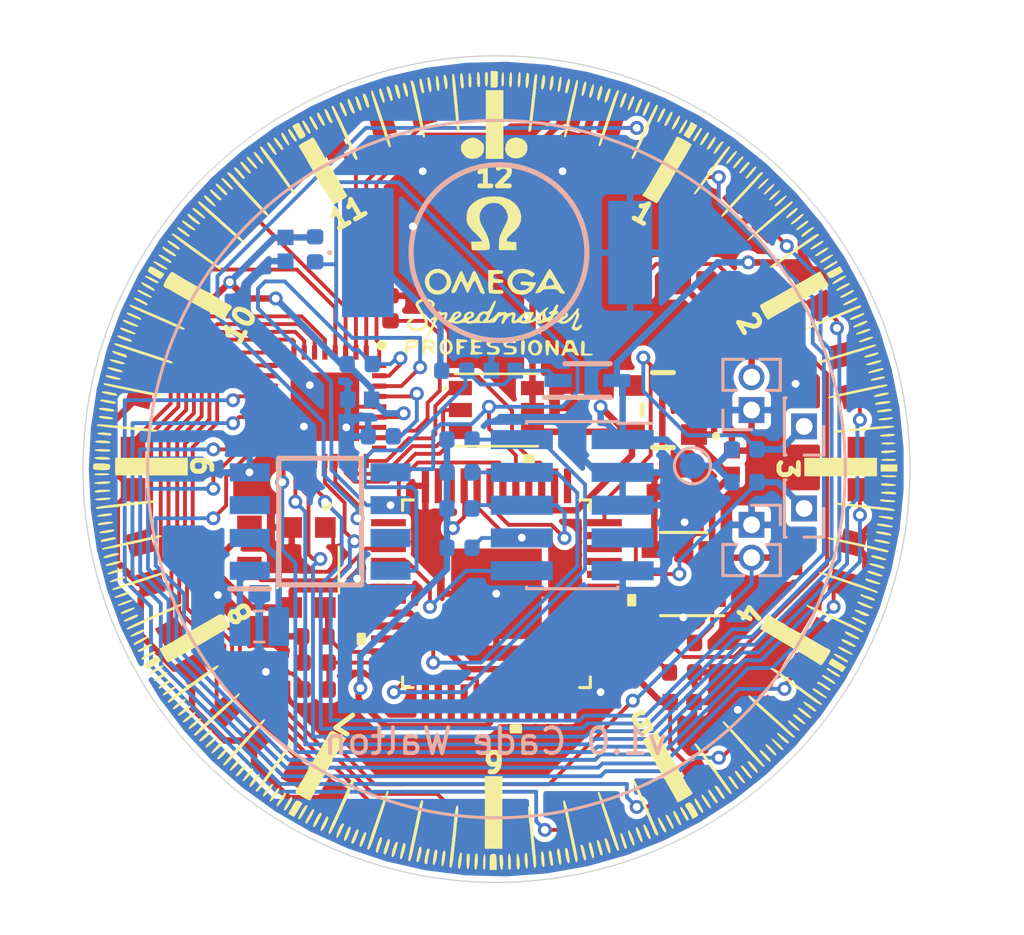
<source format=kicad_pcb>
(kicad_pcb (version 20171130) (host pcbnew "(5.1.6)-1")
  (layers (0 F.Cu signal hide) (31 B.Cu signal) (34 B.Paste user hide) (35 F.Paste user hide) (36 B.SilkS user hide) (37 F.SilkS user hide) (38 B.Mask user hide) (39 F.Mask user hide) (44 Edge.Cuts user))
  (net 0 "")
  (net 1 "Net-(U101-Pad47)")
  (net 2 "Net-(U101-Pad46)")
  (net 3 "Net-(U101-Pad38)")
  (net 4 "Net-(U101-Pad37)")
  (net 5 "Net-(U101-Pad34)")
  (net 6 "Net-(U101-Pad33)")
  (net 7 "Net-(U101-Pad32)")
  (net 8 "Net-(U101-Pad31)")
  (net 9 "Net-(U101-Pad30)")
  (net 10 "Net-(U101-Pad27)")
  (net 11 "Net-(U101-Pad26)")
  (net 12 "Net-(U101-Pad25)")
  (net 13 "Net-(U101-Pad24)")
  (net 14 "Net-(U101-Pad23)")
  (net 15 "Net-(U101-Pad22)")
  (net 16 "Net-(U101-Pad21)")
  (net 17 "Net-(U101-Pad20)")
  (net 18 "Net-(U101-Pad16)")
  (net 19 "Net-(U101-Pad15)")
  (net 20 "Net-(U101-Pad14)")
  (net 21 "Net-(U101-Pad13)")
  (net 22 "Net-(U101-Pad5)")
  (net 23 "Net-(IC201-Pad33)")
  (net 24 GND)
  (net 25 +3V3)
  (net 26 /leds/OUT1)
  (net 27 /leds/OUT28)
  (net 28 /leds/OUT27)
  (net 29 /leds/OUT26)
  (net 30 /leds/OUT25)
  (net 31 /leds/OUT24)
  (net 32 /leds/OUT23)
  (net 33 /leds/OUT22)
  (net 34 /leds/OUT21)
  (net 35 /leds/OUT20)
  (net 36 /leds/OUT19)
  (net 37 /leds/OUT18)
  (net 38 /leds/OUT17)
  (net 39 /leds/OUT16)
  (net 40 /leds/OUT15)
  (net 41 /leds/OUT14)
  (net 42 /leds/OUT13)
  (net 43 /leds/OUT12)
  (net 44 /leds/OUT11)
  (net 45 /leds/OUT10)
  (net 46 /leds/OUT9)
  (net 47 /leds/OUT8)
  (net 48 /leds/OUT7)
  (net 49 /leds/OUT6)
  (net 50 /leds/OUT5)
  (net 51 /leds/OUT4)
  (net 52 /leds/OUT3)
  (net 53 /leds/OUT2)
  (net 54 /SCL)
  (net 55 /SDA)
  (net 56 "Net-(R101-Pad1)")
  (net 57 +5V)
  (net 58 +BATT)
  (net 59 "Net-(C105-Pad2)")
  (net 60 "Net-(C106-Pad1)")
  (net 61 "Net-(IC101-Pad4)")
  (net 62 "Net-(IC102-Pad7)")
  (net 63 "Net-(IC102-Pad3)")
  (net 64 "Net-(IC102-Pad2)")
  (net 65 "Net-(IC102-Pad1)")
  (net 66 "Net-(LED101-Pad1)")
  (net 67 "Net-(R102-Pad2)")
  (net 68 /vLUX)
  (net 69 /SW2)
  (net 70 /SW1)
  (net 71 +1V8)
  (net 72 /SDB)
  (net 73 /JTAG_RESET)
  (net 74 /JTAG_TDI)
  (net 75 "Net-(J104-Pad7)")
  (net 76 /JTAG_TDO)
  (net 77 /JTAG_TCK)
  (net 78 /JTAG_TMS)
  (net 79 /LED_STAT)
  (net 80 /BattSns)
  (net 81 "Net-(U101-Pad2)")
  (net 82 "Net-(U101-Pad1)")
  (module Resistor_SMD:R_0402_1005Metric (layer B.Cu) (at 138.811 79.756 270)
    (fp_text reference R103 hide)
    (fp_text value 10k)
    (pad 2 smd roundrect (at 0.485 0 270) (size 0.59 0.64) (layers B.Cu B.Paste B.Mask) (net 55 /SDA))
    (pad 1 smd roundrect (at -0.485 0 270) (size 0.59 0.64) (layers B.Cu B.Paste B.Mask) (net 25 +3V3))
  )
  (module SamacSys_Parts:RSCSK2043R3D01004T (layer B.Cu) (at 145.928 79.883 270)
    (fp_text reference C106 hide)
    (fp_text value RSCSK2043R3D01004T hide)
    (pad 2 smd rect (at 0 -5.075 180) (size 1.7 4) (layers B.Cu B.Paste B.Mask) (net 24 GND))
    (pad 1 smd rect (at 0 5.075 180) (size 2 5) (layers B.Cu B.Paste B.Mask) (net 60 "Net-(C106-Pad1)"))
  )
  (module SamacSys_Parts:LEDC1608X55N (layer F.Cu) (at 149.469772 101.848815 15)
    (fp_text reference LED211 hide)
    (fp_text value LTST-C191KRKT hide)
    (pad 2 smd rect (at 0.8 0 15) (size 0.9 0.95) (layers F.Cu F.Paste F.Mask) (net 25 +3V3))
    (pad 1 smd rect (at -0.8 0 15) (size 0.9 0.95) (layers F.Cu F.Paste F.Mask) (net 41 /leds/OUT14))
  )
  (module UltraLibrary_Parts:ATSAM4LS2AA-AU (layer F.Cu) (at 145.83 93.091)
    (fp_text reference U101 hide)
    (fp_text value ATSAM4LS2AA-AU hide)
    (pad EPAD smd rect (at 0 0) (size 3.5052 3.5052) (layers F.Cu F.Mask) (net 24 GND))
    (pad 48 smd rect (at -2.75 -4.1783) (size 0.2794 1.3462) (layers F.Cu F.Paste F.Mask) (net 24 GND))
    (pad 47 smd rect (at -2.250001 -4.1783) (size 0.2794 1.3462) (layers F.Cu F.Paste F.Mask) (net 1 "Net-(U101-Pad47)"))
    (pad 46 smd rect (at -1.749999 -4.1783) (size 0.2794 1.3462) (layers F.Cu F.Paste F.Mask) (net 2 "Net-(U101-Pad46)"))
    (pad 45 smd rect (at -1.25 -4.1783) (size 0.2794 1.3462) (layers F.Cu F.Paste F.Mask) (net 25 +3V3))
    (pad 44 smd rect (at -0.750001 -4.1783) (size 0.2794 1.3462) (layers F.Cu F.Paste F.Mask) (net 74 /JTAG_TDI))
    (pad 43 smd rect (at -0.25 -4.1783) (size 0.2794 1.3462) (layers F.Cu F.Paste F.Mask) (net 76 /JTAG_TDO))
    (pad 42 smd rect (at 0.25 -4.1783) (size 0.2794 1.3462) (layers F.Cu F.Paste F.Mask) (net 54 /SCL))
    (pad 41 smd rect (at 0.750001 -4.1783) (size 0.2794 1.3462) (layers F.Cu F.Paste F.Mask) (net 55 /SDA))
    (pad 40 smd rect (at 1.25 -4.1783) (size 0.2794 1.3462) (layers F.Cu F.Paste F.Mask) (net 25 +3V3))
    (pad 39 smd rect (at 1.749999 -4.1783) (size 0.2794 1.3462) (layers F.Cu F.Paste F.Mask) (net 72 /SDB))
    (pad 38 smd rect (at 2.250001 -4.1783) (size 0.2794 1.3462) (layers F.Cu F.Paste F.Mask) (net 3 "Net-(U101-Pad38)"))
    (pad 37 smd rect (at 2.75 -4.1783) (size 0.2794 1.3462) (layers F.Cu F.Paste F.Mask) (net 4 "Net-(U101-Pad37)"))
    (pad 36 smd rect (at 4.1783 -2.75 90) (size 0.2794 1.3462) (layers F.Cu F.Paste F.Mask) (net 70 /SW1))
    (pad 35 smd rect (at 4.1783 -2.250001 90) (size 0.2794 1.3462) (layers F.Cu F.Paste F.Mask) (net 69 /SW2))
    (pad 34 smd rect (at 4.1783 -1.749999 90) (size 0.2794 1.3462) (layers F.Cu F.Paste F.Mask) (net 5 "Net-(U101-Pad34)"))
    (pad 33 smd rect (at 4.1783 -1.25 90) (size 0.2794 1.3462) (layers F.Cu F.Paste F.Mask) (net 6 "Net-(U101-Pad33)"))
    (pad 32 smd rect (at 4.1783 -0.750001 90) (size 0.2794 1.3462) (layers F.Cu F.Paste F.Mask) (net 7 "Net-(U101-Pad32)"))
    (pad 31 smd rect (at 4.1783 -0.25 90) (size 0.2794 1.3462) (layers F.Cu F.Paste F.Mask) (net 8 "Net-(U101-Pad31)"))
    (pad 30 smd rect (at 4.1783 0.25 90) (size 0.2794 1.3462) (layers F.Cu F.Paste F.Mask) (net 9 "Net-(U101-Pad30)"))
    (pad 29 smd rect (at 4.1783 0.750001 90) (size 0.2794 1.3462) (layers F.Cu F.Paste F.Mask) (net 25 +3V3))
    (pad 28 smd rect (at 4.1783 1.25 90) (size 0.2794 1.3462) (layers F.Cu F.Paste F.Mask) (net 24 GND))
    (pad 27 smd rect (at 4.1783 1.749999 90) (size 0.2794 1.3462) (layers F.Cu F.Paste F.Mask) (net 10 "Net-(U101-Pad27)"))
    (pad 26 smd rect (at 4.1783 2.250001 90) (size 0.2794 1.3462) (layers F.Cu F.Paste F.Mask) (net 11 "Net-(U101-Pad26)"))
    (pad 25 smd rect (at 4.1783 2.75 90) (size 0.2794 1.3462) (layers F.Cu F.Paste F.Mask) (net 12 "Net-(U101-Pad25)"))
    (pad 24 smd rect (at 2.75 4.1783) (size 0.2794 1.3462) (layers F.Cu F.Paste F.Mask) (net 13 "Net-(U101-Pad24)"))
    (pad 23 smd rect (at 2.250001 4.1783) (size 0.2794 1.3462) (layers F.Cu F.Paste F.Mask) (net 14 "Net-(U101-Pad23)"))
    (pad 22 smd rect (at 1.749999 4.1783) (size 0.2794 1.3462) (layers F.Cu F.Paste F.Mask) (net 15 "Net-(U101-Pad22)"))
    (pad 21 smd rect (at 1.25 4.1783) (size 0.2794 1.3462) (layers F.Cu F.Paste F.Mask) (net 16 "Net-(U101-Pad21)"))
    (pad 20 smd rect (at 0.750001 4.1783) (size 0.2794 1.3462) (layers F.Cu F.Paste F.Mask) (net 17 "Net-(U101-Pad20)"))
    (pad 19 smd rect (at 0.25 4.1783) (size 0.2794 1.3462) (layers F.Cu F.Paste F.Mask) (net 25 +3V3))
    (pad 18 smd rect (at -0.25 4.1783) (size 0.2794 1.3462) (layers F.Cu F.Paste F.Mask) (net 25 +3V3))
    (pad 17 smd rect (at -0.750001 4.1783) (size 0.2794 1.3462) (layers F.Cu F.Paste F.Mask) (net 24 GND))
    (pad 16 smd rect (at -1.25 4.1783) (size 0.2794 1.3462) (layers F.Cu F.Paste F.Mask) (net 18 "Net-(U101-Pad16)"))
    (pad 15 smd rect (at -1.749999 4.1783) (size 0.2794 1.3462) (layers F.Cu F.Paste F.Mask) (net 19 "Net-(U101-Pad15)"))
    (pad 14 smd rect (at -2.250001 4.1783) (size 0.2794 1.3462) (layers F.Cu F.Paste F.Mask) (net 20 "Net-(U101-Pad14)"))
    (pad 13 smd rect (at -2.75 4.1783) (size 0.2794 1.3462) (layers F.Cu F.Paste F.Mask) (net 21 "Net-(U101-Pad13)"))
    (pad 12 smd rect (at -4.1783 2.75 90) (size 0.2794 1.3462) (layers F.Cu F.Paste F.Mask) (net 80 /BattSns))
    (pad 11 smd rect (at -4.1783 2.250001 90) (size 0.2794 1.3462) (layers F.Cu F.Paste F.Mask) (net 68 /vLUX))
    (pad 10 smd rect (at -4.1783 1.749999 90) (size 0.2794 1.3462) (layers F.Cu F.Paste F.Mask) (net 78 /JTAG_TMS))
    (pad 9 smd rect (at -4.1783 1.25 90) (size 0.2794 1.3462) (layers F.Cu F.Paste F.Mask) (net 77 /JTAG_TCK))
    (pad 8 smd rect (at -4.1783 0.750001 90) (size 0.2794 1.3462) (layers F.Cu F.Paste F.Mask) (net 25 +3V3))
    (pad 7 smd rect (at -4.1783 0.25 90) (size 0.2794 1.3462) (layers F.Cu F.Paste F.Mask) (net 71 +1V8))
    (pad 6 smd rect (at -4.1783 -0.25 90) (size 0.2794 1.3462) (layers F.Cu F.Paste F.Mask) (net 24 GND))
    (pad 5 smd rect (at -4.1783 -0.750001 90) (size 0.2794 1.3462) (layers F.Cu F.Paste F.Mask) (net 22 "Net-(U101-Pad5)"))
    (pad 4 smd rect (at -4.1783 -1.25 90) (size 0.2794 1.3462) (layers F.Cu F.Paste F.Mask) (net 73 /JTAG_RESET))
    (pad 3 smd rect (at -4.1783 -1.749999 90) (size 0.2794 1.3462) (layers F.Cu F.Paste F.Mask) (net 79 /LED_STAT))
    (pad 2 smd rect (at -4.1783 -2.250001 90) (size 0.2794 1.3462) (layers F.Cu F.Paste F.Mask) (net 81 "Net-(U101-Pad2)"))
    (pad 1 smd rect (at -4.1783 -2.75 90) (size 0.2794 1.3462) (layers F.Cu F.Paste F.Mask) (net 82 "Net-(U101-Pad1)"))
  )
  (module SamacSys_Parts:LEDC1608X55N (layer F.Cu) (at 142.190228 74.681185 195)
    (fp_text reference LED223 hide)
    (fp_text value LTST-C191KRKT hide)
    (pad 2 smd rect (at 0.8 0 195) (size 0.9 0.95) (layers F.Cu F.Paste F.Mask) (net 25 +3V3))
    (pad 1 smd rect (at -0.8 0 195) (size 0.9 0.95) (layers F.Cu F.Paste F.Mask) (net 53 /leds/OUT2))
  )
  (module SamacSys_Parts:CM8V32768TA020125 (layer B.Cu) (at 136.652 94.361 180)
    (fp_text reference Y101 hide)
    (fp_text value CM8V-T1A-32.768kHz-4pF-20PPM-TA-QC_T3 hide)
    (pad 2 smd rect (at 0.75 0 90) (size 1.5 0.8) (layers B.Cu B.Paste B.Mask) (net 65 "Net-(IC102-Pad1)"))
    (pad 1 smd rect (at -0.75 0 90) (size 1.5 0.8) (layers B.Cu B.Paste B.Mask) (net 64 "Net-(IC102-Pad2)"))
  )
  (module SamacSys_Parts:150352M173300 (layer F.Cu) (at 145.83 85.979)
    (fp_text reference LED225 hide)
    (fp_text value "RGB LED" hide)
    (pad 6 smd rect (at 1.395 0.85 90) (size 0.55 0.89) (layers F.Cu F.Paste F.Mask) (net 25 +3V3))
    (pad 5 smd rect (at -1.395 0.85 90) (size 0.55 0.89) (layers F.Cu F.Paste F.Mask) (net 30 /leds/OUT25))
    (pad 4 smd rect (at 1.395 0 90) (size 0.55 0.89) (layers F.Cu F.Paste F.Mask) (net 25 +3V3))
    (pad 3 smd rect (at -1.395 0 90) (size 0.55 0.89) (layers F.Cu F.Paste F.Mask) (net 29 /leds/OUT26))
    (pad 2 smd rect (at 1.395 -0.85 90) (size 0.55 0.89) (layers F.Cu F.Paste F.Mask) (net 25 +3V3))
    (pad 1 smd rect (at -1.395 -0.85 90) (size 0.55 0.89) (layers F.Cu F.Paste F.Mask) (net 28 /leds/OUT27))
  )
  (module SamacSys_Parts:LEDC1608X55N (layer F.Cu) (at 145.83 74.202 180)
    (fp_text reference LED224 hide)
    (fp_text value LTST-C191KRKT hide)
    (pad 2 smd rect (at 0.8 0 180) (size 0.9 0.95) (layers F.Cu F.Paste F.Mask) (net 25 +3V3))
    (pad 1 smd rect (at -0.8 0 180) (size 0.9 0.95) (layers F.Cu F.Paste F.Mask) (net 26 /leds/OUT1))
  )
  (module SamacSys_Parts:LEDC1608X55N (layer F.Cu) (at 138.7985 76.086085 210)
    (fp_text reference LED222 hide)
    (fp_text value LTST-C191KRKT hide)
    (pad 2 smd rect (at 0.8 0 210) (size 0.9 0.95) (layers F.Cu F.Paste F.Mask) (net 25 +3V3))
    (pad 1 smd rect (at -0.8 0 210) (size 0.9 0.95) (layers F.Cu F.Paste F.Mask) (net 52 /leds/OUT3))
  )
  (module SamacSys_Parts:LEDC1608X55N (layer F.Cu) (at 135.885957 78.320957 225)
    (fp_text reference LED221 hide)
    (fp_text value LTST-C191KRKT hide)
    (pad 2 smd rect (at 0.8 0 225) (size 0.9 0.95) (layers F.Cu F.Paste F.Mask) (net 25 +3V3))
    (pad 1 smd rect (at -0.8 0 225) (size 0.9 0.95) (layers F.Cu F.Paste F.Mask) (net 51 /leds/OUT4))
  )
  (module SamacSys_Parts:LEDC1608X55N (layer F.Cu) (at 133.651085 81.2335 240)
    (fp_text reference LED220 hide)
    (fp_text value LTST-C191KRKT hide)
    (pad 2 smd rect (at 0.8 0 240) (size 0.9 0.95) (layers F.Cu F.Paste F.Mask) (net 25 +3V3))
    (pad 1 smd rect (at -0.8 0 240) (size 0.9 0.95) (layers F.Cu F.Paste F.Mask) (net 50 /leds/OUT5))
  )
  (module SamacSys_Parts:LEDC1608X55N (layer F.Cu) (at 132.246185 84.625228 255)
    (fp_text reference LED219 hide)
    (fp_text value LTST-C191KRKT hide)
    (pad 2 smd rect (at 0.8 0 255) (size 0.9 0.95) (layers F.Cu F.Paste F.Mask) (net 25 +3V3))
    (pad 1 smd rect (at -0.8 0 255) (size 0.9 0.95) (layers F.Cu F.Paste F.Mask) (net 49 /leds/OUT6))
  )
  (module SamacSys_Parts:LEDC1608X55N (layer F.Cu) (at 131.767 88.265 270)
    (fp_text reference LED218 hide)
    (fp_text value LTST-C191KRKT hide)
    (pad 2 smd rect (at 0.8 0 270) (size 0.9 0.95) (layers F.Cu F.Paste F.Mask) (net 25 +3V3))
    (pad 1 smd rect (at -0.8 0 270) (size 0.9 0.95) (layers F.Cu F.Paste F.Mask) (net 48 /leds/OUT7))
  )
  (module SamacSys_Parts:LEDC1608X55N (layer F.Cu) (at 132.246185 91.904772 285)
    (fp_text reference LED217 hide)
    (fp_text value LTST-C191KRKT hide)
    (pad 2 smd rect (at 0.8 0 285) (size 0.9 0.95) (layers F.Cu F.Paste F.Mask) (net 25 +3V3))
    (pad 1 smd rect (at -0.8 0 285) (size 0.9 0.95) (layers F.Cu F.Paste F.Mask) (net 47 /leds/OUT8))
  )
  (module SamacSys_Parts:LEDC1608X55N (layer F.Cu) (at 133.651085 95.2965 300)
    (fp_text reference LED216 hide)
    (fp_text value LTST-C191KRKT hide)
    (pad 2 smd rect (at 0.8 0 300) (size 0.9 0.95) (layers F.Cu F.Paste F.Mask) (net 25 +3V3))
    (pad 1 smd rect (at -0.8 0 300) (size 0.9 0.95) (layers F.Cu F.Paste F.Mask) (net 46 /leds/OUT9))
  )
  (module SamacSys_Parts:LEDC1608X55N (layer F.Cu) (at 135.885957 98.209043 315)
    (fp_text reference LED215 hide)
    (fp_text value LTST-C191KRKT hide)
    (pad 2 smd rect (at 0.8 0 315) (size 0.9 0.95) (layers F.Cu F.Paste F.Mask) (net 25 +3V3))
    (pad 1 smd rect (at -0.8 0 315) (size 0.9 0.95) (layers F.Cu F.Paste F.Mask) (net 45 /leds/OUT10))
  )
  (module SamacSys_Parts:LEDC1608X55N (layer F.Cu) (at 138.7985 100.443915 330)
    (fp_text reference LED214 hide)
    (fp_text value LTST-C191KRKT hide)
    (pad 2 smd rect (at 0.8 0 330) (size 0.9 0.95) (layers F.Cu F.Paste F.Mask) (net 25 +3V3))
    (pad 1 smd rect (at -0.8 0 330) (size 0.9 0.95) (layers F.Cu F.Paste F.Mask) (net 44 /leds/OUT11))
  )
  (module SamacSys_Parts:LEDC1608X55N (layer F.Cu) (at 142.190228 101.848815 345)
    (fp_text reference LED213 hide)
    (fp_text value LTST-C191KRKT hide)
    (pad 2 smd rect (at 0.8 0 345) (size 0.9 0.95) (layers F.Cu F.Paste F.Mask) (net 25 +3V3))
    (pad 1 smd rect (at -0.8 0 345) (size 0.9 0.95) (layers F.Cu F.Paste F.Mask) (net 43 /leds/OUT12))
  )
  (module SamacSys_Parts:LEDC1608X55N (layer F.Cu) (at 145.83 102.328)
    (fp_text reference LED212 hide)
    (fp_text value LTST-C191KRKT hide)
    (pad 2 smd rect (at 0.8 0) (size 0.9 0.95) (layers F.Cu F.Paste F.Mask) (net 25 +3V3))
    (pad 1 smd rect (at -0.8 0) (size 0.9 0.95) (layers F.Cu F.Paste F.Mask) (net 42 /leds/OUT13))
  )
  (module SamacSys_Parts:LEDC1608X55N (layer F.Cu) (at 152.8615 100.443915 30)
    (fp_text reference LED210 hide)
    (fp_text value LTST-C191KRKT hide)
    (pad 2 smd rect (at 0.8 0 30) (size 0.9 0.95) (layers F.Cu F.Paste F.Mask) (net 25 +3V3))
    (pad 1 smd rect (at -0.8 0 30) (size 0.9 0.95) (layers F.Cu F.Paste F.Mask) (net 40 /leds/OUT15))
  )
  (module SamacSys_Parts:LEDC1608X55N (layer F.Cu) (at 155.774043 98.209043 45)
    (fp_text reference LED209 hide)
    (fp_text value LTST-C191KRKT hide)
    (pad 2 smd rect (at 0.8 0 45) (size 0.9 0.95) (layers F.Cu F.Paste F.Mask) (net 25 +3V3))
    (pad 1 smd rect (at -0.8 0 45) (size 0.9 0.95) (layers F.Cu F.Paste F.Mask) (net 39 /leds/OUT16))
  )
  (module SamacSys_Parts:LEDC1608X55N (layer F.Cu) (at 158.008915 95.2965 60)
    (fp_text reference LED208 hide)
    (fp_text value LTST-C191KRKT hide)
    (pad 2 smd rect (at 0.8 0 60) (size 0.9 0.95) (layers F.Cu F.Paste F.Mask) (net 25 +3V3))
    (pad 1 smd rect (at -0.8 0 60) (size 0.9 0.95) (layers F.Cu F.Paste F.Mask) (net 38 /leds/OUT17))
  )
  (module SamacSys_Parts:LEDC1608X55N (layer F.Cu) (at 159.413815 91.904772 75)
    (fp_text reference LED207 hide)
    (fp_text value LTST-C191KRKT hide)
    (pad 2 smd rect (at 0.8 0 75) (size 0.9 0.95) (layers F.Cu F.Paste F.Mask) (net 25 +3V3))
    (pad 1 smd rect (at -0.8 0 75) (size 0.9 0.95) (layers F.Cu F.Paste F.Mask) (net 37 /leds/OUT18))
  )
  (module SamacSys_Parts:LEDC1608X55N (layer F.Cu) (at 159.893 88.265 90)
    (fp_text reference LED206 hide)
    (fp_text value LTST-C191KRKT hide)
    (pad 2 smd rect (at 0.8 0 90) (size 0.9 0.95) (layers F.Cu F.Paste F.Mask) (net 25 +3V3))
    (pad 1 smd rect (at -0.8 0 90) (size 0.9 0.95) (layers F.Cu F.Paste F.Mask) (net 36 /leds/OUT19))
  )
  (module SamacSys_Parts:LEDC1608X55N (layer F.Cu) (at 159.413815 84.625228 105)
    (fp_text reference LED205 hide)
    (fp_text value LTST-C191KRKT hide)
    (pad 2 smd rect (at 0.8 0 105) (size 0.9 0.95) (layers F.Cu F.Paste F.Mask) (net 25 +3V3))
    (pad 1 smd rect (at -0.8 0 105) (size 0.9 0.95) (layers F.Cu F.Paste F.Mask) (net 35 /leds/OUT20))
  )
  (module SamacSys_Parts:LEDC1608X55N (layer F.Cu) (at 158.008915 81.2335 120)
    (fp_text reference LED204 hide)
    (fp_text value LTST-C191KRKT hide)
    (pad 2 smd rect (at 0.8 0 120) (size 0.9 0.95) (layers F.Cu F.Paste F.Mask) (net 25 +3V3))
    (pad 1 smd rect (at -0.8 0 120) (size 0.9 0.95) (layers F.Cu F.Paste F.Mask) (net 34 /leds/OUT21))
  )
  (module SamacSys_Parts:LEDC1608X55N (layer F.Cu) (at 155.774043 78.320957 135)
    (fp_text reference LED203 hide)
    (fp_text value LTST-C191KRKT hide)
    (pad 2 smd rect (at 0.8 0 135) (size 0.9 0.95) (layers F.Cu F.Paste F.Mask) (net 25 +3V3))
    (pad 1 smd rect (at -0.8 0 135) (size 0.9 0.95) (layers F.Cu F.Paste F.Mask) (net 33 /leds/OUT22))
  )
  (module SamacSys_Parts:LEDC1608X55N (layer F.Cu) (at 152.8615 76.086085 150)
    (fp_text reference LED202 hide)
    (fp_text value LTST-C191KRKT hide)
    (pad 2 smd rect (at 0.8 0 150) (size 0.9 0.95) (layers F.Cu F.Paste F.Mask) (net 25 +3V3))
    (pad 1 smd rect (at -0.8 0 150) (size 0.9 0.95) (layers F.Cu F.Paste F.Mask) (net 32 /leds/OUT23))
  )
  (module SamacSys_Parts:LEDC1608X55N (layer F.Cu) (at 149.469772 74.681185 165)
    (fp_text reference LED201 hide)
    (fp_text value LTST-C191KRKT hide)
    (pad 2 smd rect (at 0.8 0 165) (size 0.9 0.95) (layers F.Cu F.Paste F.Mask) (net 25 +3V3))
    (pad 1 smd rect (at -0.8 0 165) (size 0.9 0.95) (layers F.Cu F.Paste F.Mask) (net 31 /leds/OUT24))
  )
  (module SamacSys_Parts:LEDC1608X55N (layer F.Cu) (at 136.271 91.313 90)
    (fp_text reference LED102 hide)
    (fp_text value LTST-C191KRKT hide)
    (pad 2 smd rect (at 0.8 0 90) (size 0.9 0.95) (layers F.Cu F.Paste F.Mask) (net 25 +3V3))
    (pad 1 smd rect (at -0.8 0 90) (size 0.9 0.95) (layers F.Cu F.Paste F.Mask) (net 79 /LED_STAT))
  )
  (module SamacSys_Parts:LEDC1608X55N (layer F.Cu) (at 152.108 81.026)
    (fp_text reference LED101 hide)
    (fp_text value LTST-C191KRKT hide)
    (pad 2 smd rect (at 0.8 0) (size 0.9 0.95) (layers F.Cu F.Paste F.Mask) (net 57 +5V))
    (pad 1 smd rect (at -0.8 0) (size 0.9 0.95) (layers F.Cu F.Paste F.Mask) (net 66 "Net-(LED101-Pad1)"))
  )
  (module SamacSys_Parts:QFN40P400X400X80-37N (layer F.Cu) (at 139.192 85.852 270)
    (fp_text reference IC201 hide)
    (fp_text value IS31FL3235A-QFLS2-TR hide)
    (pad 37 smd rect (at 0 0 270) (size 2.65 2.65) (layers F.Cu F.Paste F.Mask) (net 24 GND))
    (pad 36 smd rect (at -1.6 -2.1 270) (size 0.2 0.55) (layers F.Cu F.Paste F.Mask) (net 26 /leds/OUT1))
    (pad 35 smd rect (at -1.2 -2.1 270) (size 0.2 0.55) (layers F.Cu F.Paste F.Mask) (net 54 /SCL))
    (pad 34 smd rect (at -0.8 -2.1 270) (size 0.2 0.55) (layers F.Cu F.Paste F.Mask) (net 55 /SDA))
    (pad 33 smd rect (at -0.4 -2.1 270) (size 0.2 0.55) (layers F.Cu F.Paste F.Mask) (net 23 "Net-(IC201-Pad33)"))
    (pad 32 smd rect (at 0 -2.1 270) (size 0.2 0.55) (layers F.Cu F.Paste F.Mask) (net 24 GND))
    (pad 31 smd rect (at 0.4 -2.1 270) (size 0.2 0.55) (layers F.Cu F.Paste F.Mask) (net 25 +3V3))
    (pad 30 smd rect (at 0.8 -2.1 270) (size 0.2 0.55) (layers F.Cu F.Paste F.Mask) (net 24 GND))
    (pad 29 smd rect (at 1.2 -2.1 270) (size 0.2 0.55) (layers F.Cu F.Paste F.Mask) (net 72 /SDB))
    (pad 28 smd rect (at 1.6 -2.1 270) (size 0.2 0.55) (layers F.Cu F.Paste F.Mask) (net 27 /leds/OUT28))
    (pad 27 smd rect (at 2.1 -1.6) (size 0.2 0.55) (layers F.Cu F.Paste F.Mask) (net 28 /leds/OUT27))
    (pad 26 smd rect (at 2.1 -1.2) (size 0.2 0.55) (layers F.Cu F.Paste F.Mask) (net 29 /leds/OUT26))
    (pad 25 smd rect (at 2.1 -0.8) (size 0.2 0.55) (layers F.Cu F.Paste F.Mask) (net 30 /leds/OUT25))
    (pad 24 smd rect (at 2.1 -0.4) (size 0.2 0.55) (layers F.Cu F.Paste F.Mask) (net 31 /leds/OUT24))
    (pad 23 smd rect (at 2.1 0) (size 0.2 0.55) (layers F.Cu F.Paste F.Mask) (net 32 /leds/OUT23))
    (pad 22 smd rect (at 2.1 0.4) (size 0.2 0.55) (layers F.Cu F.Paste F.Mask) (net 33 /leds/OUT22))
    (pad 21 smd rect (at 2.1 0.8) (size 0.2 0.55) (layers F.Cu F.Paste F.Mask) (net 34 /leds/OUT21))
    (pad 20 smd rect (at 2.1 1.2) (size 0.2 0.55) (layers F.Cu F.Paste F.Mask) (net 35 /leds/OUT20))
    (pad 19 smd rect (at 2.1 1.6) (size 0.2 0.55) (layers F.Cu F.Paste F.Mask) (net 36 /leds/OUT19))
    (pad 18 smd rect (at 1.6 2.1 270) (size 0.2 0.55) (layers F.Cu F.Paste F.Mask) (net 37 /leds/OUT18))
    (pad 17 smd rect (at 1.2 2.1 270) (size 0.2 0.55) (layers F.Cu F.Paste F.Mask) (net 38 /leds/OUT17))
    (pad 16 smd rect (at 0.8 2.1 270) (size 0.2 0.55) (layers F.Cu F.Paste F.Mask) (net 39 /leds/OUT16))
    (pad 15 smd rect (at 0.4 2.1 270) (size 0.2 0.55) (layers F.Cu F.Paste F.Mask) (net 40 /leds/OUT15))
    (pad 14 smd rect (at 0 2.1 270) (size 0.2 0.55) (layers F.Cu F.Paste F.Mask) (net 24 GND))
    (pad 13 smd rect (at -0.4 2.1 270) (size 0.2 0.55) (layers F.Cu F.Paste F.Mask) (net 41 /leds/OUT14))
    (pad 12 smd rect (at -0.8 2.1 270) (size 0.2 0.55) (layers F.Cu F.Paste F.Mask) (net 42 /leds/OUT13))
    (pad 11 smd rect (at -1.2 2.1 270) (size 0.2 0.55) (layers F.Cu F.Paste F.Mask) (net 43 /leds/OUT12))
    (pad 10 smd rect (at -1.6 2.1 270) (size 0.2 0.55) (layers F.Cu F.Paste F.Mask) (net 44 /leds/OUT11))
    (pad 9 smd rect (at -2.1 1.6) (size 0.2 0.55) (layers F.Cu F.Paste F.Mask) (net 45 /leds/OUT10))
    (pad 8 smd rect (at -2.1 1.2) (size 0.2 0.55) (layers F.Cu F.Paste F.Mask) (net 46 /leds/OUT9))
    (pad 7 smd rect (at -2.1 0.8) (size 0.2 0.55) (layers F.Cu F.Paste F.Mask) (net 47 /leds/OUT8))
    (pad 6 smd rect (at -2.1 0.4) (size 0.2 0.55) (layers F.Cu F.Paste F.Mask) (net 48 /leds/OUT7))
    (pad 5 smd rect (at -2.1 0) (size 0.2 0.55) (layers F.Cu F.Paste F.Mask) (net 49 /leds/OUT6))
    (pad 4 smd rect (at -2.1 -0.4) (size 0.2 0.55) (layers F.Cu F.Paste F.Mask) (net 50 /leds/OUT5))
    (pad 3 smd rect (at -2.1 -0.8) (size 0.2 0.55) (layers F.Cu F.Paste F.Mask) (net 51 /leds/OUT4))
    (pad 2 smd rect (at -2.1 -1.2) (size 0.2 0.55) (layers F.Cu F.Paste F.Mask) (net 52 /leds/OUT3))
    (pad 1 smd rect (at -2.1 -1.6) (size 0.2 0.55) (layers F.Cu F.Paste F.Mask) (net 53 /leds/OUT2))
  )
  (module SamacSys_Parts:SFH571123Z (layer F.Cu) (at 138.557 92.075 180)
    (fp_text reference IC103 hide)
    (fp_text value SFH_5711-2_3-Z hide)
    (pad 4 smd rect (at -0.65 -1.55 270) (size 0.8 0.8) (layers F.Cu F.Paste F.Mask) (net 68 /vLUX))
    (pad 3 smd rect (at 0.65 -1.55 270) (size 0.8 0.8) (layers F.Cu F.Paste F.Mask) (net 25 +3V3))
    (pad 2 smd rect (at 0.65 1.55 270) (size 0.8 0.8) (layers F.Cu F.Paste F.Mask) (net 24 GND))
    (pad 1 smd rect (at -0.65 1.55 270) (size 0.8 0.8) (layers F.Cu F.Paste F.Mask) (net 24 GND))
  )
  (module SamacSys_Parts:SOIC127P600X175-8N (layer B.Cu) (at 139.007 90.297)
    (fp_text reference IC102 hide)
    (fp_text value PCF85063AT_AY hide)
    (pad 8 smd rect (at 2.725 1.905 270) (size 0.7 1.55) (layers B.Cu B.Paste B.Mask) (net 59 "Net-(C105-Pad2)"))
    (pad 7 smd rect (at 2.725 0.635 270) (size 0.7 1.55) (layers B.Cu B.Paste B.Mask) (net 62 "Net-(IC102-Pad7)"))
    (pad 6 smd rect (at 2.725 -0.635 270) (size 0.7 1.55) (layers B.Cu B.Paste B.Mask) (net 54 /SCL))
    (pad 5 smd rect (at 2.725 -1.905 270) (size 0.7 1.55) (layers B.Cu B.Paste B.Mask) (net 55 /SDA))
    (pad 4 smd rect (at -2.725 -1.905 270) (size 0.7 1.55) (layers B.Cu B.Paste B.Mask) (net 24 GND))
    (pad 3 smd rect (at -2.725 -0.635 270) (size 0.7 1.55) (layers B.Cu B.Paste B.Mask) (net 63 "Net-(IC102-Pad3)"))
    (pad 2 smd rect (at -2.725 0.635 270) (size 0.7 1.55) (layers B.Cu B.Paste B.Mask) (net 64 "Net-(IC102-Pad2)"))
    (pad 1 smd rect (at -2.725 1.905 270) (size 0.7 1.55) (layers B.Cu B.Paste B.Mask) (net 65 "Net-(IC102-Pad1)"))
  )
  (module SamacSys_Parts:TCR2LF33LMCT (layer F.Cu) (at 152.273 85.979 90)
    (fp_text reference IC101 hide)
    (fp_text value TCR2LF33,LM_CT hide)
    (pad 5 smd rect (at -0.95 -1.2 90) (size 0.8 1) (layers F.Cu F.Paste F.Mask) (net 25 +3V3))
    (pad 4 smd rect (at 0.95 -1.2 90) (size 0.8 1) (layers F.Cu F.Paste F.Mask) (net 61 "Net-(IC101-Pad4)"))
    (pad 3 smd rect (at 0.95 1.2 90) (size 0.8 1) (layers F.Cu F.Paste F.Mask) (net 58 +BATT))
    (pad 2 smd rect (at 0 1.2 90) (size 0.6 1) (layers F.Cu F.Paste F.Mask) (net 24 GND))
    (pad 1 smd rect (at -0.95 1.2 90) (size 0.8 1) (layers F.Cu F.Paste F.Mask) (net 58 +BATT))
  )
  (module SamacSys_Parts:SOD2513X115N (layer B.Cu) (at 149.352 84.836)
    (fp_text reference D101 hide)
    (fp_text value CUS520,H3F hide)
    (pad 2 smd rect (at 1.138 0 270) (size 0.5 1.05) (layers B.Cu B.Paste B.Mask) (net 25 +3V3))
    (pad 1 smd rect (at -1.138 0 270) (size 0.5 1.05) (layers B.Cu B.Paste B.Mask) (net 59 "Net-(C105-Pad2)"))
  )
  (module SamacSys_Parts:CAPC1005X55N (layer B.Cu) (at 137.668 79.756 270)
    (fp_text reference C202 hide)
    (fp_text value 1uF hide)
    (pad 2 smd rect (at 0.46 0 270) (size 0.6 0.62) (layers B.Cu B.Paste B.Mask) (net 24 GND))
    (pad 1 smd rect (at -0.46 0 270) (size 0.6 0.62) (layers B.Cu B.Paste B.Mask) (net 25 +3V3))
  )
  (module SamacSys_Parts:CAPC1005X55N (layer B.Cu) (at 140.5382 85.5726 180)
    (fp_text reference C201 hide)
    (fp_text value 0.1uF hide)
    (pad 2 smd rect (at 0.46 0 180) (size 0.6 0.62) (layers B.Cu B.Paste B.Mask) (net 24 GND))
    (pad 1 smd rect (at -0.46 0 180) (size 0.6 0.62) (layers B.Cu B.Paste B.Mask) (net 25 +3V3))
  )
  (module SamacSys_Parts:CAPC1005X55N (layer F.Cu) (at 153.012 97.282 180)
    (fp_text reference C107 hide)
    (fp_text value 0.1uF hide)
    (pad 2 smd rect (at 0.46 0 180) (size 0.6 0.62) (layers F.Cu F.Paste F.Mask) (net 25 +3V3))
    (pad 1 smd rect (at -0.46 0 180) (size 0.6 0.62) (layers F.Cu F.Paste F.Mask) (net 24 GND))
  )
  (module SamacSys_Parts:CAPC1005X55N (layer B.Cu) (at 146.098 84.455)
    (fp_text reference C105 hide)
    (fp_text value 0.1uF hide)
    (pad 2 smd rect (at 0.46 0) (size 0.6 0.62) (layers B.Cu B.Paste B.Mask) (net 59 "Net-(C105-Pad2)"))
    (pad 1 smd rect (at -0.46 0) (size 0.6 0.62) (layers B.Cu B.Paste B.Mask) (net 24 GND))
  )
  (module SamacSys_Parts:CAPC1005X55N (layer F.Cu) (at 148.844 86.36 270)
    (fp_text reference C104 hide)
    (fp_text value 0.1uF hide)
    (pad 2 smd rect (at 0.46 0 270) (size 0.6 0.62) (layers F.Cu F.Paste F.Mask) (net 25 +3V3))
    (pad 1 smd rect (at -0.46 0 270) (size 0.6 0.62) (layers F.Cu F.Paste F.Mask) (net 24 GND))
  )
  (module SamacSys_Parts:CAPC1005X55N (layer F.Cu) (at 154.94 88.011 270)
    (fp_text reference C103 hide)
    (fp_text value 0.1uF hide)
    (pad 2 smd rect (at 0.46 0 270) (size 0.6 0.62) (layers F.Cu F.Paste F.Mask) (net 58 +BATT))
    (pad 1 smd rect (at -0.46 0 270) (size 0.6 0.62) (layers F.Cu F.Paste F.Mask) (net 24 GND))
  )
  (module SamacSys_Parts:CAPC1005X55N (layer F.Cu) (at 157.353 91.615 90)
    (fp_text reference C102 hide)
    (fp_text value 4.7uF hide)
    (pad 2 smd rect (at 0.46 0 90) (size 0.6 0.62) (layers F.Cu F.Paste F.Mask) (net 58 +BATT))
    (pad 1 smd rect (at -0.46 0 90) (size 0.6 0.62) (layers F.Cu F.Paste F.Mask) (net 24 GND))
  )
  (module SamacSys_Parts:CAPC1005X55N (layer F.Cu) (at 152.4 89.154 180)
    (fp_text reference C101 hide)
    (fp_text value 4.7uF hide)
    (pad 2 smd rect (at 0.46 0 180) (size 0.6 0.62) (layers F.Cu F.Paste F.Mask) (net 57 +5V))
    (pad 1 smd rect (at -0.46 0 180) (size 0.6 0.62) (layers F.Cu F.Paste F.Mask) (net 24 GND))
  )
  (module Resistor_SMD:R_0402_1005Metric (layer F.Cu) (at 141.732 82.042 90)
    (fp_text reference R204 hide)
    (fp_text value 10k)
    (pad 2 smd roundrect (at 0.485 0 90) (size 0.59 0.64) (layers F.Cu F.Paste F.Mask) (net 24 GND))
    (pad 1 smd roundrect (at -0.485 0 90) (size 0.59 0.64) (layers F.Cu F.Paste F.Mask) (net 72 /SDB))
  )
  (module Resistor_SMD:R_0402_1005Metric (layer B.Cu) (at 141.351 86.995)
    (fp_text reference R203 hide)
    (fp_text value 3.3k)
    (pad 2 smd roundrect (at 0.485 0) (size 0.59 0.64) (layers B.Cu B.Paste B.Mask) (net 23 "Net-(IC201-Pad33)"))
    (pad 1 smd roundrect (at -0.485 0) (size 0.59 0.64) (layers B.Cu B.Paste B.Mask) (net 24 GND))
  )
  (module Resistor_SMD:R_0402_1005Metric (layer F.Cu) (at 138.8364 95.758)
    (fp_text reference R114 hide)
    (fp_text value 1MEG)
    (pad 2 smd roundrect (at 0.485 0) (size 0.59 0.64) (layers F.Cu F.Paste F.Mask) (net 80 /BattSns))
    (pad 1 smd roundrect (at -0.485 0) (size 0.59 0.64) (layers F.Cu F.Paste F.Mask) (net 24 GND))
  )
  (module Resistor_SMD:R_0402_1005Metric (layer F.Cu) (at 138.8364 96.7994 180)
    (fp_text reference R113 hide)
    (fp_text value 1Meg)
    (pad 2 smd roundrect (at 0.485 0 180) (size 0.59 0.64) (layers F.Cu F.Paste F.Mask) (net 58 +BATT))
    (pad 1 smd roundrect (at -0.485 0 180) (size 0.59 0.64) (layers F.Cu F.Paste F.Mask) (net 80 /BattSns))
  )
  (module Resistor_SMD:R_0402_1005Metric (layer B.Cu) (at 144.399 91.313)
    (fp_text reference R112 hide)
    (fp_text value 10k)
    (pad 2 smd roundrect (at 0.485 0) (size 0.59 0.64) (layers B.Cu B.Paste B.Mask) (net 74 /JTAG_TDI))
    (pad 1 smd roundrect (at -0.485 0) (size 0.59 0.64) (layers B.Cu B.Paste B.Mask) (net 25 +3V3))
  )
  (module Resistor_SMD:R_0402_1005Metric (layer B.Cu) (at 144.399 89.789)
    (fp_text reference R111 hide)
    (fp_text value 10k)
    (pad 2 smd roundrect (at 0.485 0) (size 0.59 0.64) (layers B.Cu B.Paste B.Mask) (net 76 /JTAG_TDO))
    (pad 1 smd roundrect (at -0.485 0) (size 0.59 0.64) (layers B.Cu B.Paste B.Mask) (net 25 +3V3))
  )
  (module Resistor_SMD:R_0402_1005Metric (layer B.Cu) (at 144.399 87.122)
    (fp_text reference R110 hide)
    (fp_text value 10k)
    (pad 2 smd roundrect (at 0.485 0) (size 0.59 0.64) (layers B.Cu B.Paste B.Mask) (net 78 /JTAG_TMS))
    (pad 1 smd roundrect (at -0.485 0) (size 0.59 0.64) (layers B.Cu B.Paste B.Mask) (net 25 +3V3))
  )
  (module Resistor_SMD:R_0402_1005Metric (layer B.Cu) (at 144.399 88.392)
    (fp_text reference R109 hide)
    (fp_text value 10k)
    (pad 2 smd roundrect (at 0.485 0) (size 0.59 0.64) (layers B.Cu B.Paste B.Mask) (net 77 /JTAG_TCK))
    (pad 1 smd roundrect (at -0.485 0) (size 0.59 0.64) (layers B.Cu B.Paste B.Mask) (net 25 +3V3))
  )
  (module Resistor_SMD:R_0402_1005Metric (layer B.Cu) (at 155.425 87.503)
    (fp_text reference R108 hide)
    (fp_text value 10k)
    (pad 2 smd roundrect (at 0.485 0) (size 0.59 0.64) (layers B.Cu B.Paste B.Mask) (net 70 /SW1))
    (pad 1 smd roundrect (at -0.485 0) (size 0.59 0.64) (layers B.Cu B.Paste B.Mask) (net 25 +3V3))
  )
  (module Resistor_SMD:R_0402_1005Metric (layer B.Cu) (at 155.425 88.773)
    (fp_text reference R107 hide)
    (fp_text value 10k)
    (pad 2 smd roundrect (at 0.485 0) (size 0.59 0.64) (layers B.Cu B.Paste B.Mask) (net 69 /SW2))
    (pad 1 smd roundrect (at -0.485 0) (size 0.59 0.64) (layers B.Cu B.Paste B.Mask) (net 25 +3V3))
  )
  (module Resistor_SMD:R_0402_1005Metric (layer F.Cu) (at 138.7856 94.742)
    (fp_text reference R106 hide)
    (fp_text value 56k)
    (pad 2 smd roundrect (at 0.485 0) (size 0.59 0.64) (layers F.Cu F.Paste F.Mask) (net 68 /vLUX))
    (pad 1 smd roundrect (at -0.485 0) (size 0.59 0.64) (layers F.Cu F.Paste F.Mask) (net 24 GND))
  )
  (module Resistor_SMD:R_0402_1005Metric (layer B.Cu) (at 144.1958 84.455)
    (fp_text reference R105 hide)
    (fp_text value 10k)
    (pad 2 smd roundrect (at 0.485 0) (size 0.59 0.64) (layers B.Cu B.Paste B.Mask) (net 59 "Net-(C105-Pad2)"))
    (pad 1 smd roundrect (at -0.485 0) (size 0.59 0.64) (layers B.Cu B.Paste B.Mask) (net 60 "Net-(C106-Pad1)"))
  )
  (module Resistor_SMD:R_0402_1005Metric (layer B.Cu) (at 140.5382 84.201)
    (fp_text reference R104 hide)
    (fp_text value 10k)
    (pad 2 smd roundrect (at 0.485 0) (size 0.59 0.64) (layers B.Cu B.Paste B.Mask) (net 54 /SCL))
    (pad 1 smd roundrect (at -0.485 0) (size 0.59 0.64) (layers B.Cu B.Paste B.Mask) (net 25 +3V3))
  )
  (module Resistor_SMD:R_0402_1005Metric (layer F.Cu) (at 153.012 94.996)
    (fp_text reference R102 hide)
    (fp_text value 470 hide)
    (pad 2 smd roundrect (at 0.485 0) (size 0.59 0.64) (layers F.Cu F.Paste F.Mask) (net 67 "Net-(R102-Pad2)"))
    (pad 1 smd roundrect (at -0.485 0) (size 0.59 0.64) (layers F.Cu F.Paste F.Mask) (net 66 "Net-(LED101-Pad1)"))
  )
  (module Resistor_SMD:R_0402_1005Metric (layer F.Cu) (at 153.012 96.139)
    (fp_text reference R101 hide)
    (fp_text value 10k)
    (pad 2 smd roundrect (at 0.485 0) (size 0.59 0.64) (layers F.Cu F.Paste F.Mask) (net 24 GND))
    (pad 1 smd roundrect (at -0.485 0) (size 0.59 0.64) (layers F.Cu F.Paste F.Mask) (net 56 "Net-(R101-Pad1)"))
  )
  (module Graphics:2 (layer F.Cu) (at 145.796 88.392)
    (fp_text reference G*** hide)
    (fp_text value LOGO hide)
  )
  (module TestPoint:TestPoint_Pad_D1.0mm (layer B.Cu) (at 153.416 88.138)
    (fp_text reference TP103 hide)
    (fp_text value TestPoint)
    (pad 1 smd circle (at 0 0) (size 1 1) (layers B.Cu B.Mask) (net 25 +3V3))
  )
  (module Connector_PinHeader_1.27mm:PinHeader_1x01_P1.27mm_Vertical (layer B.Cu) (at 157.734 86.614 90)
    (fp_text reference J103 hide)
    (fp_text value Conn_01x01)
    (pad 1 thru_hole rect (at 0 0 90) (size 1 1) (drill 0.65) (layers *.Cu *.Mask) (net 70 /SW1))
  )
  (module Connector_PinHeader_1.27mm:PinHeader_1x01_P1.27mm_Vertical (layer B.Cu) (at 157.734 89.789 90)
    (fp_text reference J102 hide)
    (fp_text value Conn_01x01)
    (pad 1 thru_hole rect (at 0 0 90) (size 1 1) (drill 0.65) (layers *.Cu *.Mask) (net 69 /SW2))
  )
  (module Connector_PinHeader_1.27mm:PinHeader_1x02_P1.27mm_Vertical (layer B.Cu) (at 155.702 85.979)
    (fp_text reference J105 hide)
    (fp_text value Conn_01x02)
    (pad 2 thru_hole oval (at 0 -1.27) (size 1 1) (drill 0.65) (layers *.Cu *.Mask) (net 57 +5V))
    (pad 1 thru_hole rect (at 0 0) (size 1 1) (drill 0.65) (layers *.Cu *.Mask) (net 24 GND))
  )
  (module Connector_PinHeader_1.27mm:PinHeader_1x02_P1.27mm_Vertical (layer B.Cu) (at 155.702 90.424 180)
    (fp_text reference J101 hide)
    (fp_text value Conn_01x02)
    (pad 2 thru_hole oval (at 0 -1.27 180) (size 1 1) (drill 0.65) (layers *.Cu *.Mask) (net 58 +BATT))
    (pad 1 thru_hole rect (at 0 0 180) (size 1 1) (drill 0.65) (layers *.Cu *.Mask) (net 24 GND))
  )
  (module Connector_PinHeader_1.27mm:PinHeader_2x05_P1.27mm_Vertical_SMD (layer B.Cu) (at 148.762 89.662 180)
    (fp_text reference J104 hide)
    (fp_text value Conn_ARM_JTAG_SWD_10)
    (pad 10 smd rect (at 1.95 -2.54 180) (size 2.4 0.74) (layers B.Cu B.Paste B.Mask) (net 73 /JTAG_RESET))
    (pad 9 smd rect (at -1.95 -2.54 180) (size 2.4 0.74) (layers B.Cu B.Paste B.Mask) (net 24 GND))
    (pad 8 smd rect (at 1.95 -1.27 180) (size 2.4 0.74) (layers B.Cu B.Paste B.Mask) (net 74 /JTAG_TDI))
    (pad 7 smd rect (at -1.95 -1.27 180) (size 2.4 0.74) (layers B.Cu B.Paste B.Mask) (net 75 "Net-(J104-Pad7)"))
    (pad 6 smd rect (at 1.95 0 180) (size 2.4 0.74) (layers B.Cu B.Paste B.Mask) (net 76 /JTAG_TDO))
    (pad 5 smd rect (at -1.95 0 180) (size 2.4 0.74) (layers B.Cu B.Paste B.Mask) (net 24 GND))
    (pad 4 smd rect (at 1.95 1.27 180) (size 2.4 0.74) (layers B.Cu B.Paste B.Mask) (net 77 /JTAG_TCK))
    (pad 3 smd rect (at -1.95 1.27 180) (size 2.4 0.74) (layers B.Cu B.Paste B.Mask) (net 24 GND))
    (pad 2 smd rect (at 1.95 2.54 180) (size 2.4 0.74) (layers B.Cu B.Paste B.Mask) (net 78 /JTAG_TMS))
    (pad 1 smd rect (at -1.95 2.54 180) (size 2.4 0.74) (layers B.Cu B.Paste B.Mask) (net 25 +3V3))
  )
  (module Package_TO_SOT_SMD:SOT-23-5 (layer F.Cu) (at 153.078 92.329 180)
    (fp_text reference U102 hide)
    (fp_text value MCP73831-2-OT hide)
    (pad 5 smd rect (at 1.1 -0.95 180) (size 1.06 0.65) (layers F.Cu F.Paste F.Mask) (net 56 "Net-(R101-Pad1)"))
    (pad 4 smd rect (at 1.1 0.95 180) (size 1.06 0.65) (layers F.Cu F.Paste F.Mask) (net 57 +5V))
    (pad 3 smd rect (at -1.1 0.95 180) (size 1.06 0.65) (layers F.Cu F.Paste F.Mask) (net 58 +BATT))
    (pad 2 smd rect (at -1.1 0 180) (size 1.06 0.65) (layers F.Cu F.Paste F.Mask) (net 24 GND))
    (pad 1 smd rect (at -1.1 -0.95 180) (size 1.06 0.65) (layers F.Cu F.Paste F.Mask) (net 67 "Net-(R102-Pad2)"))
  )
  (gr_text "v1.0 Cade Walton" (at 145.796 98.806) (layer B.SilkS) (effects (font (size 1 1)) (justify mirror)))
  (gr_circle (center 145.83 88.265) (end 159.33 88.265) (layer B.SilkS) (width 0.12))
  (gr_text 1 (at 151.511 78.359 330) (layer F.SilkS) (effects (font (size 0.75 0.75) (thickness 0.1875))))
  (gr_text 2 (at 155.614392 82.630416 300) (layer F.SilkS) (effects (font (size 0.75 0.75) (thickness 0.1875))))
  (gr_text 3 (at 157.099 88.265 270) (layer F.SilkS) (effects (font (size 0.75 0.75) (thickness 0.1875))))
  (gr_text 4 (at 155.575 93.853 240) (layer F.SilkS) (effects (font (size 0.75 0.75) (thickness 0.1875))))
  (gr_text 5 (at 151.446813 98.044 210) (layer F.SilkS) (effects (font (size 0.75 0.75) (thickness 0.1875))))
  (gr_text 6 (at 145.726086 99.568 180) (layer F.SilkS) (effects (font (size 0.75 0.75) (thickness 0.1875))))
  (gr_text 7 (at 140.038931 98.044 150) (layer F.SilkS) (effects (font (size 0.75 0.75) (thickness 0.1875))))
  (gr_text 8 (at 135.920973 93.853 120) (layer F.SilkS) (effects (font (size 0.75 0.75) (thickness 0.1875))))
  (gr_text 9 (at 134.479161 88.138 90) (layer F.SilkS) (effects (font (size 0.75 0.75) (thickness 0.1875))))
  (gr_text 10 (at 135.89 82.677 60) (layer F.SilkS) (effects (font (size 0.75 0.75) (thickness 0.1875))))
  (gr_text 11 (at 140.081 78.359 30) (layer F.SilkS) (effects (font (size 0.75 0.75) (thickness 0.1875))))
  (gr_text 12 (at 145.758017 76.962) (layer F.SilkS) (effects (font (size 0.75 0.75) (thickness 0.1875))))
  (gr_circle (center 145.83 88.265) (end 161.83 88.265) (layer Edge.Cuts) (width 0.05))
  (via (at 142.748 85.344) (size 0.54) (drill 0.3) (layers F.Cu B.Cu) (net 23))
  (segment (start 141.292 85.452) (end 142.64 85.452) (width 0.15) (layer F.Cu) (net 23))
  (segment (start 142.64 85.452) (end 142.748 85.344) (width 0.15) (layer F.Cu) (net 23))
  (segment (start 142.748 86.378) (end 142.748 85.344) (width 0.15) (layer B.Cu) (net 23))
  (segment (start 142.131 86.995) (end 142.748 86.378) (width 0.15) (layer B.Cu) (net 23))
  (segment (start 141.836 86.995) (end 142.131 86.995) (width 0.15) (layer B.Cu) (net 23))
  (via (at 145.8214 93.091) (size 0.54) (drill 0.3) (layers F.Cu B.Cu) (net 24))
  (via (at 138.3792 86.614) (size 0.54) (drill 0.3) (layers F.Cu B.Cu) (net 24))
  (via (at 138.6078 85.0138) (size 0.54) (drill 0.3) (layers F.Cu B.Cu) (net 24))
  (via (at 136.271 88.392) (size 0.54) (drill 0.3) (layers F.Cu B.Cu) (net 24))
  (via (at 148.3868 76.7334) (size 0.54) (drill 0.3) (layers F.Cu B.Cu) (net 24))
  (via (at 149.86 96.901) (size 0.54) (drill 0.3) (layers F.Cu B.Cu) (net 24))
  (via (at 142.9766 76.7334) (size 0.54) (drill 0.3) (layers F.Cu B.Cu) (net 24))
  (segment (start 137.092 85.852) (end 139.192 85.852) (width 0.15) (layer F.Cu) (net 24))
  (via (at 136.906 96.1136) (size 0.54) (drill 0.3) (layers F.Cu B.Cu) (net 24))
  (segment (start 139.992 86.652) (end 139.192 85.852) (width 0.15) (layer F.Cu) (net 24))
  (segment (start 141.292 86.652) (end 140.0176 86.652) (width 0.15) (layer F.Cu) (net 24))
  (segment (start 141.0716 85.852) (end 139.192 85.852) (width 0.15) (layer F.Cu) (net 24))
  (segment (start 141.292 85.852) (end 141.0716 85.852) (width 0.15) (layer F.Cu) (net 24))
  (segment (start 150.0083 94.341) (end 149.2958 94.341) (width 0.15) (layer F.Cu) (net 24))
  (segment (start 149.2958 94.341) (end 148.8694 94.7674) (width 0.15) (layer F.Cu) (net 24))
  (segment (start 142.813079 96.371199) (end 142.5956 96.588678) (width 0.15) (layer F.Cu) (net 24))
  (segment (start 145.079999 97.2693) (end 145.079999 96.4462) (width 0.15) (layer F.Cu) (net 24))
  (segment (start 145.004998 96.371199) (end 142.813079 96.371199) (width 0.15) (layer F.Cu) (net 24))
  (segment (start 145.079999 96.4462) (end 145.004998 96.371199) (width 0.15) (layer F.Cu) (net 24))
  (segment (start 142.5956 96.588678) (end 142.5956 97.536) (width 0.15) (layer F.Cu) (net 24))
  (segment (start 142.5956 97.536) (end 142.5702 97.536) (width 0.15) (layer F.Cu) (net 24))
  (segment (start 142.5702 97.536) (end 142.3162 97.79) (width 0.15) (layer F.Cu) (net 24))
  (segment (start 142.3162 97.79) (end 141.9606 97.79) (width 0.15) (layer F.Cu) (net 24))
  (segment (start 152.723 85.979) (end 152.6794 85.9354) (width 0.25) (layer F.Cu) (net 24))
  (segment (start 153.473 85.979) (end 152.723 85.979) (width 0.25) (layer F.Cu) (net 24))
  (segment (start 152.6794 85.9354) (end 152.6794 83.8962) (width 0.25) (layer F.Cu) (net 24))
  (segment (start 138.3006 95.7072) (end 138.3514 95.758) (width 0.25) (layer F.Cu) (net 24))
  (segment (start 138.3006 94.742) (end 138.3006 95.7072) (width 0.25) (layer F.Cu) (net 24))
  (segment (start 139.509201 90.827201) (end 139.509201 91.198401) (width 0.15) (layer F.Cu) (net 24))
  (segment (start 139.207 90.525) (end 139.509201 90.827201) (width 0.15) (layer F.Cu) (net 24))
  (segment (start 139.458999 92.239801) (end 138.213801 92.239801) (width 0.15) (layer F.Cu) (net 24))
  (segment (start 139.509201 91.198401) (end 139.8524 91.5416) (width 0.15) (layer F.Cu) (net 24))
  (segment (start 138.213801 92.239801) (end 138.213801 91.985801) (width 0.15) (layer F.Cu) (net 24))
  (segment (start 137.907 91.679) (end 137.907 90.525) (width 0.15) (layer F.Cu) (net 24))
  (segment (start 138.213801 91.985801) (end 137.907 91.679) (width 0.15) (layer F.Cu) (net 24))
  (via (at 135.0518 93.1418) (size 0.54) (drill 0.3) (layers F.Cu B.Cu) (net 24))
  (via (at 153.0604 94.0054) (size 0.54) (drill 0.3) (layers F.Cu B.Cu) (net 24))
  (segment (start 154.178 92.329) (end 153.867998 92.329) (width 0.15) (layer F.Cu) (net 24))
  (via (at 153.1112 90.3224) (size 0.54) (drill 0.3) (layers F.Cu B.Cu) (net 24))
  (via (at 155.1686 97.5868) (size 0.54) (drill 0.3) (layers F.Cu B.Cu) (net 24))
  (segment (start 150.712 88.392) (end 149.7076 88.392) (width 0.25) (layer B.Cu) (net 24))
  (segment (start 149.7076 88.392) (end 149.0218 87.7062) (width 0.25) (layer B.Cu) (net 24))
  (via (at 140.4366 92.5068) (size 0.54) (drill 0.3) (layers F.Cu B.Cu) (net 24))
  (segment (start 139.8524 91.5416) (end 139.8524 91.8464) (width 0.15) (layer F.Cu) (net 24))
  (segment (start 139.8524 91.8464) (end 139.458999 92.239801) (width 0.15) (layer F.Cu) (net 24))
  (segment (start 140.0176 86.652) (end 139.992 86.652) (width 0.15) (layer F.Cu) (net 24))
  (via (at 140.0176 86.652) (size 0.54) (drill 0.3) (layers F.Cu B.Cu) (net 24))
  (via (at 142.5956 78.867) (size 0.54) (drill 0.3) (layers F.Cu B.Cu) (net 24))
  (segment (start 140.0532 85.2682) (end 140.0782 85.2932) (width 0.25) (layer B.Cu) (net 24))
  (segment (start 140.0782 85.478202) (end 140.0782 85.2932) (width 0.25) (layer B.Cu) (net 24))
  (segment (start 153.867998 92.329) (end 153.1112 93.085798) (width 0.15) (layer F.Cu) (net 24))
  (via (at 157.4038 84.963) (size 0.54) (drill 0.3) (layers F.Cu B.Cu) (net 24))
  (segment (start 152.516404 75.338361) (end 152.16868 75.686085) (width 0.25) (layer F.Cu) (net 25))
  (segment (start 153.679805 75.338361) (end 152.516404 75.338361) (width 0.25) (layer F.Cu) (net 25))
  (segment (start 155.208358 76.866914) (end 153.679805 75.338361) (width 0.25) (layer F.Cu) (net 25))
  (segment (start 155.208358 77.755272) (end 155.208358 76.866914) (width 0.25) (layer F.Cu) (net 25))
  (segment (start 149.183214 73.987947) (end 148.697031 74.47413) (width 0.25) (layer F.Cu) (net 25))
  (segment (start 151.019024 73.987947) (end 149.183214 73.987947) (width 0.25) (layer F.Cu) (net 25))
  (segment (start 152.16868 75.137603) (end 151.019024 73.987947) (width 0.25) (layer F.Cu) (net 25))
  (segment (start 152.16868 75.686085) (end 152.16868 75.137603) (width 0.25) (layer F.Cu) (net 25))
  (segment (start 145.830001 73.401999) (end 145.03 74.202) (width 0.25) (layer F.Cu) (net 25))
  (segment (start 147.6249 73.401999) (end 145.830001 73.401999) (width 0.25) (layer F.Cu) (net 25))
  (segment (start 148.697031 74.47413) (end 147.6249 73.401999) (width 0.25) (layer F.Cu) (net 25))
  (segment (start 142.503675 73.573837) (end 141.417487 74.660025) (width 0.25) (layer F.Cu) (net 25))
  (segment (start 141.417487 74.660025) (end 141.417487 74.88824) (width 0.25) (layer F.Cu) (net 25))
  (segment (start 144.401837 73.573837) (end 142.503675 73.573837) (width 0.25) (layer F.Cu) (net 25))
  (segment (start 145.03 74.202) (end 144.401837 73.573837) (width 0.25) (layer F.Cu) (net 25))
  (segment (start 138.10568 75.798516) (end 138.10568 76.486085) (width 0.25) (layer F.Cu) (net 25))
  (segment (start 139.403791 74.500405) (end 138.10568 75.798516) (width 0.25) (layer F.Cu) (net 25))
  (segment (start 141.029652 74.500405) (end 139.403791 74.500405) (width 0.25) (layer F.Cu) (net 25))
  (segment (start 141.417487 74.88824) (end 141.029652 74.500405) (width 0.25) (layer F.Cu) (net 25))
  (segment (start 135.320272 77.755254) (end 135.320272 78.886642) (width 0.25) (layer F.Cu) (net 25))
  (segment (start 136.589441 76.486085) (end 135.320272 77.755254) (width 0.25) (layer F.Cu) (net 25))
  (segment (start 138.10568 76.486085) (end 136.589441 76.486085) (width 0.25) (layer F.Cu) (net 25))
  (segment (start 132.903361 81.578596) (end 133.251085 81.92632) (width 0.25) (layer F.Cu) (net 25))
  (segment (start 132.903361 80.415195) (end 132.903361 81.578596) (width 0.25) (layer F.Cu) (net 25))
  (segment (start 134.431914 78.886642) (end 132.903361 80.415195) (width 0.25) (layer F.Cu) (net 25))
  (segment (start 135.320272 78.886642) (end 134.431914 78.886642) (width 0.25) (layer F.Cu) (net 25))
  (segment (start 131.552947 84.911786) (end 132.03913 85.397969) (width 0.25) (layer F.Cu) (net 25))
  (segment (start 131.552947 83.075976) (end 131.552947 84.911786) (width 0.25) (layer F.Cu) (net 25))
  (segment (start 132.702603 81.92632) (end 131.552947 83.075976) (width 0.25) (layer F.Cu) (net 25))
  (segment (start 133.251085 81.92632) (end 132.702603 81.92632) (width 0.25) (layer F.Cu) (net 25))
  (segment (start 130.966999 86.4701) (end 130.966999 88.264999) (width 0.25) (layer F.Cu) (net 25))
  (segment (start 130.966999 88.264999) (end 131.767 89.065) (width 0.25) (layer F.Cu) (net 25))
  (segment (start 132.03913 85.397969) (end 130.966999 86.4701) (width 0.25) (layer F.Cu) (net 25))
  (segment (start 131.961485 92.677513) (end 132.45324 92.677513) (width 0.25) (layer F.Cu) (net 25))
  (segment (start 131.138837 91.854865) (end 131.961485 92.677513) (width 0.25) (layer F.Cu) (net 25))
  (segment (start 131.138837 89.693163) (end 131.138837 91.854865) (width 0.25) (layer F.Cu) (net 25))
  (segment (start 131.767 89.065) (end 131.138837 89.693163) (width 0.25) (layer F.Cu) (net 25))
  (segment (start 133.363516 95.98932) (end 134.051085 95.98932) (width 0.25) (layer F.Cu) (net 25))
  (segment (start 132.065405 94.691209) (end 133.363516 95.98932) (width 0.25) (layer F.Cu) (net 25))
  (segment (start 132.065405 93.065348) (end 132.065405 94.691209) (width 0.25) (layer F.Cu) (net 25))
  (segment (start 132.45324 92.677513) (end 132.065405 93.065348) (width 0.25) (layer F.Cu) (net 25))
  (segment (start 134.051085 97.505559) (end 134.051085 95.98932) (width 0.25) (layer F.Cu) (net 25))
  (segment (start 135.320254 98.774728) (end 134.051085 97.505559) (width 0.25) (layer F.Cu) (net 25))
  (segment (start 136.451642 98.774728) (end 135.320254 98.774728) (width 0.25) (layer F.Cu) (net 25))
  (segment (start 139.329948 101.005287) (end 139.49132 100.843915) (width 0.25) (layer F.Cu) (net 25))
  (segment (start 137.793843 101.005287) (end 139.329948 101.005287) (width 0.25) (layer F.Cu) (net 25))
  (segment (start 136.451642 99.663086) (end 137.793843 101.005287) (width 0.25) (layer F.Cu) (net 25))
  (segment (start 136.451642 98.774728) (end 136.451642 99.663086) (width 0.25) (layer F.Cu) (net 25))
  (segment (start 140.640976 102.542053) (end 142.476786 102.542053) (width 0.25) (layer F.Cu) (net 25))
  (segment (start 139.49132 101.392397) (end 140.640976 102.542053) (width 0.25) (layer F.Cu) (net 25))
  (segment (start 142.476786 102.542053) (end 142.962969 102.05587) (width 0.25) (layer F.Cu) (net 25))
  (segment (start 139.49132 100.843915) (end 139.49132 101.392397) (width 0.25) (layer F.Cu) (net 25))
  (segment (start 145.829999 103.128001) (end 146.63 102.328) (width 0.25) (layer F.Cu) (net 25))
  (segment (start 144.0351 103.128001) (end 145.829999 103.128001) (width 0.25) (layer F.Cu) (net 25))
  (segment (start 142.962969 102.05587) (end 144.0351 103.128001) (width 0.25) (layer F.Cu) (net 25))
  (segment (start 149.419865 102.956163) (end 147.258163 102.956163) (width 0.25) (layer F.Cu) (net 25))
  (segment (start 150.242513 102.133515) (end 149.419865 102.956163) (width 0.25) (layer F.Cu) (net 25))
  (segment (start 147.258163 102.956163) (end 146.63 102.328) (width 0.25) (layer F.Cu) (net 25))
  (segment (start 150.242513 101.64176) (end 150.242513 102.133515) (width 0.25) (layer F.Cu) (net 25))
  (segment (start 153.55432 100.731484) (end 153.55432 100.043915) (width 0.25) (layer F.Cu) (net 25))
  (segment (start 152.256209 102.029595) (end 153.55432 100.731484) (width 0.25) (layer F.Cu) (net 25))
  (segment (start 150.630348 102.029595) (end 152.256209 102.029595) (width 0.25) (layer F.Cu) (net 25))
  (segment (start 150.242513 101.64176) (end 150.630348 102.029595) (width 0.25) (layer F.Cu) (net 25))
  (segment (start 156.339728 98.774746) (end 156.339728 97.643358) (width 0.25) (layer F.Cu) (net 25))
  (segment (start 155.070559 100.043915) (end 156.339728 98.774746) (width 0.25) (layer F.Cu) (net 25))
  (segment (start 153.55432 100.043915) (end 155.070559 100.043915) (width 0.25) (layer F.Cu) (net 25))
  (segment (start 158.756639 94.951404) (end 158.408915 94.60368) (width 0.25) (layer F.Cu) (net 25))
  (segment (start 158.756639 96.114805) (end 158.756639 94.951404) (width 0.25) (layer F.Cu) (net 25))
  (segment (start 157.228086 97.643358) (end 158.756639 96.114805) (width 0.25) (layer F.Cu) (net 25))
  (segment (start 156.339728 97.643358) (end 157.228086 97.643358) (width 0.25) (layer F.Cu) (net 25))
  (segment (start 160.107053 91.618214) (end 159.62087 91.132031) (width 0.25) (layer F.Cu) (net 25))
  (segment (start 160.107053 93.454024) (end 160.107053 91.618214) (width 0.25) (layer F.Cu) (net 25))
  (segment (start 158.957397 94.60368) (end 160.107053 93.454024) (width 0.25) (layer F.Cu) (net 25))
  (segment (start 158.408915 94.60368) (end 158.957397 94.60368) (width 0.25) (layer F.Cu) (net 25))
  (segment (start 160.693001 88.265001) (end 159.893 87.465) (width 0.25) (layer F.Cu) (net 25))
  (segment (start 160.693001 90.0599) (end 160.693001 88.265001) (width 0.25) (layer F.Cu) (net 25))
  (segment (start 159.62087 91.132031) (end 160.693001 90.0599) (width 0.25) (layer F.Cu) (net 25))
  (segment (start 159.698515 83.852487) (end 159.20676 83.852487) (width 0.25) (layer F.Cu) (net 25))
  (segment (start 160.521163 84.675135) (end 159.698515 83.852487) (width 0.25) (layer F.Cu) (net 25))
  (segment (start 160.521163 86.836837) (end 160.521163 84.675135) (width 0.25) (layer F.Cu) (net 25))
  (segment (start 159.893 87.465) (end 160.521163 86.836837) (width 0.25) (layer F.Cu) (net 25))
  (segment (start 158.296484 80.54068) (end 157.608915 80.54068) (width 0.25) (layer F.Cu) (net 25))
  (segment (start 159.594595 83.464652) (end 159.594595 81.838791) (width 0.25) (layer F.Cu) (net 25))
  (segment (start 159.594595 81.838791) (end 158.296484 80.54068) (width 0.25) (layer F.Cu) (net 25))
  (segment (start 159.20676 83.852487) (end 159.594595 83.464652) (width 0.25) (layer F.Cu) (net 25))
  (segment (start 156.339746 77.755272) (end 155.208358 77.755272) (width 0.25) (layer F.Cu) (net 25))
  (segment (start 157.608915 79.024441) (end 156.339746 77.755272) (width 0.25) (layer F.Cu) (net 25))
  (segment (start 157.608915 80.54068) (end 157.608915 79.024441) (width 0.25) (layer F.Cu) (net 25))
  (segment (start 133.251085 81.92632) (end 134.60868 81.92632) (width 0.25) (layer F.Cu) (net 25))
  (segment (start 134.60868 81.92632) (end 135.509 81.026) (width 0.25) (layer F.Cu) (net 25))
  (segment (start 152.4 87.122) (end 153.416 88.138) (width 0.25) (layer B.Cu) (net 25))
  (segment (start 150.712 87.122) (end 152.4 87.122) (width 0.25) (layer B.Cu) (net 25))
  (segment (start 150.712 85.058) (end 150.49 84.836) (width 0.25) (layer B.Cu) (net 25))
  (segment (start 150.712 87.122) (end 150.712 85.058) (width 0.25) (layer B.Cu) (net 25))
  (segment (start 154.305 88.138) (end 154.94 87.503) (width 0.25) (layer B.Cu) (net 25))
  (segment (start 154.305 88.138) (end 154.94 88.773) (width 0.25) (layer B.Cu) (net 25))
  (segment (start 153.416 88.138) (end 154.305 88.138) (width 0.25) (layer B.Cu) (net 25))
  (via (at 135.509 81.026) (size 0.5) (drill 0.3) (layers F.Cu B.Cu) (net 25))
  (segment (start 150.712 87.122) (end 150.066999 86.476999) (width 0.25) (layer B.Cu) (net 25))
  (segment (start 152.552 99.041595) (end 153.55432 100.043915) (width 0.15) (layer F.Cu) (net 25))
  (segment (start 152.552 97.282) (end 152.552 99.041595) (width 0.15) (layer F.Cu) (net 25))
  (segment (start 147.225 85.129) (end 147.225 86.829) (width 0.25) (layer F.Cu) (net 25))
  (segment (start 147.234 86.82) (end 147.225 86.829) (width 0.25) (layer F.Cu) (net 25))
  (segment (start 148.844 86.82) (end 147.234 86.82) (width 0.25) (layer F.Cu) (net 25))
  (segment (start 150.964 86.82) (end 151.073 86.929) (width 0.25) (layer F.Cu) (net 25))
  (segment (start 148.844 86.82) (end 150.964 86.82) (width 0.25) (layer F.Cu) (net 25))
  (segment (start 136.362998 93.625) (end 137.907 93.625) (width 0.25) (layer F.Cu) (net 25))
  (segment (start 135.128 92.390002) (end 136.362998 93.625) (width 0.25) (layer F.Cu) (net 25))
  (segment (start 146.08 97.2693) (end 145.58 97.2693) (width 0.25) (layer F.Cu) (net 25))
  (segment (start 147.225 75.946161) (end 148.697031 74.47413) (width 0.25) (layer F.Cu) (net 25))
  (segment (start 147.225 85.129) (end 147.225 75.946161) (width 0.25) (layer F.Cu) (net 25))
  (segment (start 149.200497 93.841001) (end 150.0083 93.841001) (width 0.25) (layer F.Cu) (net 25))
  (segment (start 146.08 96.042) (end 146.05 96.012) (width 0.25) (layer F.Cu) (net 25))
  (segment (start 146.08 97.2693) (end 146.08 96.042) (width 0.25) (layer F.Cu) (net 25))
  (segment (start 146.05 96.012) (end 147.029498 96.012) (width 0.25) (layer F.Cu) (net 25))
  (segment (start 137.907 93.625) (end 137.907 92.975) (width 0.25) (layer F.Cu) (net 25))
  (segment (start 140.843899 93.841001) (end 141.6517 93.841001) (width 0.25) (layer F.Cu) (net 25))
  (segment (start 137.907 92.975) (end 137.961989 92.920011) (width 0.25) (layer F.Cu) (net 25))
  (segment (start 139.922909 92.920011) (end 140.843899 93.841001) (width 0.25) (layer F.Cu) (net 25))
  (segment (start 137.961989 92.920011) (end 139.922909 92.920011) (width 0.25) (layer F.Cu) (net 25))
  (segment (start 145.9142 96.012) (end 146.05 96.012) (width 0.25) (layer F.Cu) (net 25))
  (segment (start 145.2458 96.012) (end 145.9142 96.012) (width 0.25) (layer F.Cu) (net 25))
  (segment (start 144.653 96.012) (end 142.482001 93.841001) (width 0.25) (layer F.Cu) (net 25))
  (segment (start 145.2458 96.012) (end 144.653 96.012) (width 0.25) (layer F.Cu) (net 25))
  (segment (start 142.482001 93.841001) (end 141.6517 93.841001) (width 0.25) (layer F.Cu) (net 25))
  (segment (start 150.816103 93.841001) (end 151.384 94.408898) (width 0.25) (layer F.Cu) (net 25))
  (segment (start 150.0083 93.841001) (end 150.816103 93.841001) (width 0.25) (layer F.Cu) (net 25))
  (segment (start 152.190602 97.282) (end 152.552 97.282) (width 0.25) (layer F.Cu) (net 25))
  (segment (start 151.384 96.475398) (end 152.190602 97.282) (width 0.25) (layer F.Cu) (net 25))
  (segment (start 151.384 94.408898) (end 151.384 96.475398) (width 0.25) (layer F.Cu) (net 25))
  (via (at 149.86 85.852) (size 0.54) (drill 0.3) (layers F.Cu B.Cu) (net 25))
  (segment (start 151.073 86.929) (end 150.937 86.929) (width 0.25) (layer F.Cu) (net 25))
  (segment (start 150.937 86.929) (end 149.86 85.852) (width 0.25) (layer F.Cu) (net 25))
  (segment (start 149.86 86.466998) (end 149.849999 86.476999) (width 0.25) (layer B.Cu) (net 25))
  (segment (start 149.86 85.852) (end 149.86 86.466998) (width 0.25) (layer B.Cu) (net 25))
  (segment (start 150.066999 86.476999) (end 149.849999 86.476999) (width 0.25) (layer B.Cu) (net 25))
  (via (at 155.575 80.264) (size 0.54) (drill 0.3) (layers F.Cu B.Cu) (net 25))
  (segment (start 150.49 84.836) (end 150.49 84.161398) (width 0.25) (layer B.Cu) (net 25))
  (segment (start 154.387398 80.264) (end 155.575 80.264) (width 0.25) (layer B.Cu) (net 25))
  (segment (start 150.49 84.161398) (end 154.387398 80.264) (width 0.25) (layer B.Cu) (net 25))
  (segment (start 157.332235 80.264) (end 157.608915 80.54068) (width 0.25) (layer F.Cu) (net 25))
  (segment (start 155.575 80.264) (end 157.332235 80.264) (width 0.25) (layer F.Cu) (net 25))
  (segment (start 148.939701 89.860801) (end 151.073 87.727502) (width 0.25) (layer F.Cu) (net 25))
  (segment (start 147.220298 89.860801) (end 148.939701 89.860801) (width 0.25) (layer F.Cu) (net 25))
  (segment (start 147.08 89.720503) (end 147.220298 89.860801) (width 0.25) (layer F.Cu) (net 25))
  (segment (start 151.073 87.727502) (end 151.073 86.929) (width 0.25) (layer F.Cu) (net 25))
  (segment (start 147.08 88.9127) (end 147.08 89.720503) (width 0.25) (layer F.Cu) (net 25))
  (via (at 142.24 86.106) (size 0.54) (drill 0.3) (layers F.Cu B.Cu) (net 25))
  (segment (start 141.311 86.233) (end 141.292 86.252) (width 0.15) (layer F.Cu) (net 25))
  (segment (start 142.113 86.233) (end 142.24 86.106) (width 0.15) (layer B.Cu) (net 25))
  (segment (start 142.094 86.252) (end 141.292 86.252) (width 0.15) (layer F.Cu) (net 25))
  (segment (start 142.24 86.106) (end 142.094 86.252) (width 0.15) (layer F.Cu) (net 25))
  (segment (start 143.914 87.122) (end 143.914 91.313) (width 0.25) (layer B.Cu) (net 25))
  (segment (start 144.145 90.551) (end 144.58 90.116) (width 0.15) (layer F.Cu) (net 25))
  (segment (start 144.58 90.116) (end 144.58 88.9127) (width 0.15) (layer F.Cu) (net 25))
  (via (at 144.145 90.551) (size 0.54) (drill 0.3) (layers F.Cu B.Cu) (net 25))
  (segment (start 143.914 90.32) (end 144.145 90.551) (width 0.25) (layer B.Cu) (net 25))
  (segment (start 143.914 89.789) (end 143.914 90.32) (width 0.25) (layer B.Cu) (net 25))
  (via (at 140.5636 96.7486) (size 0.54) (drill 0.3) (layers F.Cu B.Cu) (net 25))
  (segment (start 137.239 79.296) (end 137.668 79.296) (width 0.25) (layer B.Cu) (net 25))
  (segment (start 135.509 81.026) (end 137.239 79.296) (width 0.25) (layer B.Cu) (net 25))
  (segment (start 138.786 79.296) (end 138.811 79.271) (width 0.25) (layer B.Cu) (net 25))
  (segment (start 137.668 79.296) (end 138.786 79.296) (width 0.25) (layer B.Cu) (net 25))
  (via (at 137.287 81.661) (size 0.54) (drill 0.3) (layers F.Cu B.Cu) (net 25))
  (segment (start 139.573 83.947) (end 137.287 81.661) (width 0.25) (layer B.Cu) (net 25))
  (segment (start 136.144 81.661) (end 135.509 81.026) (width 0.25) (layer F.Cu) (net 25))
  (segment (start 137.287 81.661) (end 136.144 81.661) (width 0.25) (layer F.Cu) (net 25))
  (segment (start 139.827 84.201) (end 139.573 83.947) (width 0.25) (layer B.Cu) (net 25))
  (segment (start 140.0532 84.201) (end 139.827 84.201) (width 0.25) (layer B.Cu) (net 25))
  (segment (start 147.029498 96.012) (end 149.200497 93.841001) (width 0.25) (layer F.Cu) (net 25))
  (segment (start 145.58 97.2693) (end 145.58 98.077101) (width 0.25) (layer F.Cu) (net 25))
  (segment (start 145.4397 98.217401) (end 141.499001 98.217401) (width 0.25) (layer F.Cu) (net 25))
  (segment (start 145.58 98.077101) (end 145.4397 98.217401) (width 0.25) (layer F.Cu) (net 25))
  (segment (start 143.914 92.134398) (end 143.914 91.313) (width 0.25) (layer B.Cu) (net 25))
  (segment (start 140.5636 95.484798) (end 143.914 92.134398) (width 0.25) (layer B.Cu) (net 25))
  (segment (start 135.128 91.656) (end 135.128 92.390002) (width 0.25) (layer F.Cu) (net 25))
  (segment (start 136.271 90.513) (end 135.128 91.656) (width 0.25) (layer F.Cu) (net 25))
  (segment (start 141.499001 98.217401) (end 141.499001 98.192001) (width 0.25) (layer F.Cu) (net 25))
  (segment (start 140.492992 97.185992) (end 140.492992 96.7486) (width 0.25) (layer F.Cu) (net 25))
  (segment (start 141.499001 98.192001) (end 140.492992 97.185992) (width 0.25) (layer F.Cu) (net 25))
  (segment (start 140.5636 95.484798) (end 140.5636 96.7486) (width 0.25) (layer B.Cu) (net 25))
  (segment (start 140.9982 85.146) (end 140.0532 84.201) (width 0.25) (layer B.Cu) (net 25))
  (segment (start 140.9982 85.5726) (end 140.9982 85.146) (width 0.25) (layer B.Cu) (net 25))
  (segment (start 141.5316 86.106) (end 140.9982 85.5726) (width 0.25) (layer B.Cu) (net 25))
  (segment (start 142.24 86.106) (end 141.5316 86.106) (width 0.25) (layer B.Cu) (net 25))
  (segment (start 141.292 84.252) (end 141.292 83.38499) (width 0.15) (layer F.Cu) (net 26))
  (segment (start 141.18699 79.663008) (end 141.177991 79.654009) (width 0.15) (layer F.Cu) (net 26))
  (segment (start 141.18699 83.27998) (end 141.18699 79.663008) (width 0.15) (layer F.Cu) (net 26))
  (segment (start 141.292 83.38499) (end 141.18699 83.27998) (width 0.15) (layer F.Cu) (net 26))
  (segment (start 141.18699 79.663008) (end 141.18699 77.20221) (width 0.15) (layer F.Cu) (net 26))
  (segment (start 141.18699 77.20221) (end 143.0782 75.311) (width 0.15) (layer F.Cu) (net 26))
  (segment (start 145.521 75.311) (end 146.63 74.202) (width 0.15) (layer F.Cu) (net 26))
  (segment (start 143.0782 75.311) (end 145.521 75.311) (width 0.15) (layer F.Cu) (net 26))
  (segment (start 140.792 87.952) (end 141.572002 87.952) (width 0.15) (layer F.Cu) (net 28))
  (segment (start 141.572002 87.952) (end 142.257501 87.266501) (width 0.15) (layer F.Cu) (net 28))
  (segment (start 142.257501 87.266501) (end 142.321011 87.202991) (width 0.15) (layer F.Cu) (net 28))
  (segment (start 144.159998 85.129) (end 144.435 85.129) (width 0.15) (layer F.Cu) (net 28))
  (segment (start 142.448012 87.07599) (end 143.30201 87.07599) (width 0.15) (layer F.Cu) (net 28))
  (segment (start 143.30201 87.07599) (end 143.46499 86.91301) (width 0.15) (layer F.Cu) (net 28))
  (segment (start 142.257501 87.266501) (end 142.448012 87.07599) (width 0.15) (layer F.Cu) (net 28))
  (segment (start 143.46499 86.91301) (end 143.46499 85.824008) (width 0.15) (layer F.Cu) (net 28))
  (segment (start 143.46499 85.824008) (end 144.159998 85.129) (width 0.15) (layer F.Cu) (net 28))
  (segment (start 141.496279 88.452001) (end 140.467001 88.452001) (width 0.15) (layer F.Cu) (net 29))
  (segment (start 142.57228 87.376) (end 141.496279 88.452001) (width 0.15) (layer F.Cu) (net 29))
  (segment (start 140.467001 88.452001) (end 140.392 88.377) (width 0.15) (layer F.Cu) (net 29))
  (segment (start 144.435 85.979) (end 143.84 85.979) (width 0.15) (layer F.Cu) (net 29))
  (segment (start 140.392 88.377) (end 140.392 87.952) (width 0.15) (layer F.Cu) (net 29))
  (segment (start 143.764999 86.054001) (end 143.764999 87.121001) (width 0.15) (layer F.Cu) (net 29))
  (segment (start 143.84 85.979) (end 143.764999 86.054001) (width 0.15) (layer F.Cu) (net 29))
  (segment (start 143.764999 87.121001) (end 143.51 87.376) (width 0.15) (layer F.Cu) (net 29))
  (segment (start 143.51 87.376) (end 142.57228 87.376) (width 0.15) (layer F.Cu) (net 29))
  (segment (start 139.992 88.401278) (end 139.992 87.952) (width 0.15) (layer F.Cu) (net 30))
  (segment (start 140.342733 88.752011) (end 139.992 88.401278) (width 0.15) (layer F.Cu) (net 30))
  (segment (start 141.620548 88.75201) (end 140.342733 88.752011) (width 0.15) (layer F.Cu) (net 30))
  (segment (start 142.696548 87.67601) (end 141.620548 88.75201) (width 0.15) (layer F.Cu) (net 30))
  (segment (start 144.311 86.829) (end 144.065009 87.074991) (width 0.15) (layer F.Cu) (net 30))
  (segment (start 144.435 86.829) (end 144.311 86.829) (width 0.15) (layer F.Cu) (net 30))
  (segment (start 143.634268 87.67601) (end 142.696548 87.67601) (width 0.15) (layer F.Cu) (net 30))
  (segment (start 144.065009 87.074991) (end 144.065008 87.24527) (width 0.15) (layer F.Cu) (net 30))
  (segment (start 144.065008 87.24527) (end 143.634268 87.67601) (width 0.15) (layer F.Cu) (net 30))
  (via (at 140.449 90.17) (size 0.54) (drill 0.3) (layers F.Cu B.Cu) (net 31))
  (segment (start 139.592 87.952) (end 139.592 88.77812) (width 0.15) (layer F.Cu) (net 31))
  (segment (start 140.449 89.63512) (end 140.449 90.17) (width 0.15) (layer F.Cu) (net 31))
  (segment (start 139.592 88.77812) (end 140.449 89.63512) (width 0.15) (layer F.Cu) (net 31))
  (via (at 151.257 75.057) (size 0.54) (drill 0.3) (layers F.Cu B.Cu) (net 31))
  (segment (start 150.411273 75.057) (end 150.242513 74.88824) (width 0.15) (layer F.Cu) (net 31))
  (segment (start 151.257 75.057) (end 150.411273 75.057) (width 0.15) (layer F.Cu) (net 31))
  (segment (start 135.033999 80.797999) (end 140.774998 75.057) (width 0.15) (layer B.Cu) (net 31))
  (segment (start 140.774998 75.057) (end 151.257 75.057) (width 0.15) (layer B.Cu) (net 31))
  (segment (start 140.449 89.788163) (end 140.0302 89.369363) (width 0.15) (layer B.Cu) (net 31))
  (segment (start 140.449 90.17) (end 140.449 89.788163) (width 0.15) (layer B.Cu) (net 31))
  (segment (start 135.033999 82.172601) (end 135.033999 82.125799) (width 0.15) (layer B.Cu) (net 31))
  (segment (start 135.033999 82.125799) (end 135.033999 80.797999) (width 0.15) (layer B.Cu) (net 31))
  (segment (start 135.033999 82.339201) (end 135.033999 82.125799) (width 0.15) (layer B.Cu) (net 31))
  (segment (start 135.0264 82.3468) (end 135.033999 82.339201) (width 0.15) (layer B.Cu) (net 31))
  (segment (start 140.0302 89.369363) (end 140.016963 89.369363) (width 0.15) (layer B.Cu) (net 31))
  (segment (start 139.1412 88.4936) (end 139.1412 86.4616) (width 0.15) (layer B.Cu) (net 31))
  (segment (start 140.016963 89.369363) (end 139.1412 88.4936) (width 0.15) (layer B.Cu) (net 31))
  (segment (start 139.1412 86.4616) (end 135.0264 82.3468) (width 0.15) (layer B.Cu) (net 31))
  (via (at 154.432 76.962) (size 0.54) (drill 0.3) (layers F.Cu B.Cu) (net 32))
  (segment (start 154.432 77.978) (end 154.432 76.962) (width 0.15) (layer B.Cu) (net 32))
  (segment (start 154.030235 76.962) (end 153.55432 76.486085) (width 0.15) (layer F.Cu) (net 32))
  (segment (start 154.432 76.962) (end 154.030235 76.962) (width 0.15) (layer F.Cu) (net 32))
  (segment (start 139.192 87.952) (end 139.192 88.802398) (width 0.15) (layer F.Cu) (net 32))
  (segment (start 139.192 88.802398) (end 139.954 89.564398) (width 0.15) (layer F.Cu) (net 32))
  (segment (start 149.233094 97.81395) (end 151.608382 97.81395) (width 0.15) (layer B.Cu) (net 32))
  (segment (start 158.497969 91.548317) (end 158.497969 83.817268) (width 0.15) (layer B.Cu) (net 32))
  (segment (start 140.335 97.99799) (end 149.049054 97.99799) (width 0.15) (layer B.Cu) (net 32))
  (segment (start 155.580342 94.465944) (end 158.497969 91.548317) (width 0.15) (layer B.Cu) (net 32))
  (segment (start 158.06899 83.388289) (end 158.06899 81.61499) (width 0.15) (layer B.Cu) (net 32))
  (segment (start 158.06899 81.61499) (end 154.432 77.978) (width 0.15) (layer B.Cu) (net 32))
  (segment (start 151.608382 97.81395) (end 154.956388 94.465944) (width 0.15) (layer B.Cu) (net 32))
  (segment (start 158.497969 83.817268) (end 158.06899 83.388289) (width 0.15) (layer B.Cu) (net 32))
  (segment (start 149.049054 97.99799) (end 149.233094 97.81395) (width 0.15) (layer B.Cu) (net 32))
  (segment (start 154.956388 94.465944) (end 155.580342 94.465944) (width 0.15) (layer B.Cu) (net 32))
  (via (at 140.335 91.059) (size 0.54) (drill 0.3) (layers F.Cu B.Cu) (net 32))
  (segment (start 139.954 90.678) (end 139.954 89.564398) (width 0.15) (layer F.Cu) (net 32))
  (segment (start 140.335 91.059) (end 139.954 90.678) (width 0.15) (layer F.Cu) (net 32))
  (segment (start 139.88259 97.99799) (end 139.8778 97.9932) (width 0.15) (layer B.Cu) (net 32))
  (segment (start 140.335 97.99799) (end 139.88259 97.99799) (width 0.15) (layer B.Cu) (net 32))
  (segment (start 139.428808 97.984992) (end 139.41581 97.99799) (width 0.15) (layer B.Cu) (net 32))
  (segment (start 139.68427 97.984992) (end 139.428808 97.984992) (width 0.15) (layer B.Cu) (net 32))
  (segment (start 139.88259 97.99799) (end 139.697268 97.99799) (width 0.15) (layer B.Cu) (net 32))
  (segment (start 139.697268 97.99799) (end 139.68427 97.984992) (width 0.15) (layer B.Cu) (net 32))
  (segment (start 139.41581 92.783468) (end 140.1572 92.042078) (width 0.15) (layer B.Cu) (net 32))
  (segment (start 139.41581 97.99799) (end 139.41581 92.783468) (width 0.15) (layer B.Cu) (net 32))
  (segment (start 140.1572 91.2368) (end 140.335 91.059) (width 0.15) (layer B.Cu) (net 32))
  (segment (start 140.1572 92.042078) (end 140.1572 91.2368) (width 0.15) (layer B.Cu) (net 32))
  (segment (start 138.792 87.952) (end 138.792 89.008) (width 0.15) (layer F.Cu) (net 33))
  (via (at 139.192 89.535) (size 0.54) (drill 0.3) (layers F.Cu B.Cu) (net 33))
  (segment (start 138.792 89.008) (end 139.192 89.408) (width 0.15) (layer F.Cu) (net 33))
  (segment (start 139.192 89.408) (end 139.192 89.535) (width 0.15) (layer F.Cu) (net 33))
  (segment (start 139.192 89.535) (end 139.560001 89.903001) (width 0.15) (layer B.Cu) (net 33))
  (segment (start 149.173322 98.298) (end 149.357362 98.11396) (width 0.15) (layer B.Cu) (net 33))
  (segment (start 139.560001 98.285001) (end 139.573 98.298) (width 0.15) (layer B.Cu) (net 33))
  (segment (start 139.573 98.298) (end 149.173322 98.298) (width 0.15) (layer B.Cu) (net 33))
  (segment (start 151.73265 98.11396) (end 155.080656 94.765954) (width 0.15) (layer B.Cu) (net 33))
  (segment (start 149.357362 98.11396) (end 151.73265 98.11396) (width 0.15) (layer B.Cu) (net 33))
  (segment (start 155.080656 94.765954) (end 155.70461 94.765954) (width 0.15) (layer B.Cu) (net 33))
  (segment (start 155.70461 94.765954) (end 158.797979 91.672585) (width 0.15) (layer B.Cu) (net 33))
  (segment (start 158.797979 91.672585) (end 158.797979 83.693) (width 0.15) (layer B.Cu) (net 33))
  (segment (start 158.797979 83.693) (end 158.369 83.264021) (width 0.15) (layer B.Cu) (net 33))
  (segment (start 158.369 83.264021) (end 158.369 80.934085) (width 0.15) (layer B.Cu) (net 33))
  (via (at 157.063915 79.629) (size 0.54) (drill 0.3) (layers F.Cu B.Cu) (net 33))
  (segment (start 158.369 80.934085) (end 157.063915 79.629) (width 0.15) (layer B.Cu) (net 33))
  (segment (start 157.063915 79.610829) (end 156.339728 78.886642) (width 0.15) (layer F.Cu) (net 33))
  (segment (start 157.063915 79.629) (end 157.063915 79.610829) (width 0.15) (layer F.Cu) (net 33))
  (segment (start 139.446 98.298) (end 139.42205 98.32195) (width 0.15) (layer B.Cu) (net 33))
  (segment (start 139.573 98.298) (end 139.446 98.298) (width 0.15) (layer B.Cu) (net 33))
  (segment (start 139.42205 98.32195) (end 139.06355 98.32195) (width 0.15) (layer B.Cu) (net 33))
  (segment (start 139.06355 98.29655) (end 139.03002 98.26302) (width 0.15) (layer B.Cu) (net 33))
  (segment (start 139.06355 98.32195) (end 139.06355 98.29655) (width 0.15) (layer B.Cu) (net 33))
  (segment (start 139.03002 98.26302) (end 139.03002 92.74498) (width 0.15) (layer B.Cu) (net 33))
  (segment (start 139.839999 90.182999) (end 139.560001 89.903001) (width 0.15) (layer B.Cu) (net 33))
  (segment (start 139.839999 91.935001) (end 139.839999 90.182999) (width 0.15) (layer B.Cu) (net 33))
  (segment (start 139.03002 92.74498) (end 139.839999 91.935001) (width 0.15) (layer B.Cu) (net 33))
  (via (at 139.0142 91.7448) (size 0.54) (drill 0.3) (layers F.Cu B.Cu) (net 34))
  (segment (start 138.557 89.310398) (end 138.557 91.567) (width 0.15) (layer F.Cu) (net 34))
  (segment (start 138.392 87.952) (end 138.392 89.145398) (width 0.15) (layer F.Cu) (net 34))
  (segment (start 138.392 89.145398) (end 138.557 89.310398) (width 0.15) (layer F.Cu) (net 34))
  (segment (start 152.018898 98.25199) (end 152.186444 98.084444) (width 0.15) (layer B.Cu) (net 34))
  (segment (start 152.186444 98.084444) (end 154.853443 95.417445) (width 0.15) (layer B.Cu) (net 34))
  (segment (start 155.204924 95.065964) (end 155.828878 95.065964) (width 0.15) (layer B.Cu) (net 34))
  (segment (start 154.853443 95.417445) (end 155.204924 95.065964) (width 0.15) (layer B.Cu) (net 34))
  (segment (start 155.828878 95.065964) (end 159.097989 91.796853) (width 0.15) (layer B.Cu) (net 34))
  (segment (start 159.097989 91.796853) (end 159.097989 82.897989) (width 0.15) (layer B.Cu) (net 34))
  (via (at 159.004 82.804) (size 0.54) (drill 0.3) (layers F.Cu B.Cu) (net 34))
  (segment (start 159.097989 82.897989) (end 159.004 82.804) (width 0.15) (layer B.Cu) (net 34))
  (segment (start 159.004 82.521405) (end 158.408915 81.92632) (width 0.15) (layer F.Cu) (net 34))
  (segment (start 159.004 82.804) (end 159.004 82.521405) (width 0.15) (layer F.Cu) (net 34))
  (segment (start 138.73001 92.02899) (end 139.0142 91.7448) (width 0.15) (layer B.Cu) (net 34))
  (segment (start 151.856918 98.41397) (end 149.48163 98.41397) (width 0.15) (layer B.Cu) (net 34))
  (segment (start 152.186444 98.084444) (end 151.856918 98.41397) (width 0.15) (layer B.Cu) (net 34))
  (segment (start 149.48163 98.41397) (end 149.27364 98.62196) (width 0.15) (layer B.Cu) (net 34))
  (segment (start 149.27364 98.62196) (end 138.73001 98.62196) (width 0.15) (layer B.Cu) (net 34))
  (segment (start 138.7348 91.7448) (end 138.557 91.567) (width 0.15) (layer F.Cu) (net 34))
  (segment (start 139.0142 91.7448) (end 138.7348 91.7448) (width 0.15) (layer F.Cu) (net 34))
  (segment (start 138.73001 98.62196) (end 138.73001 92.02899) (width 0.15) (layer B.Cu) (net 34))
  (via (at 138.049 89.535) (size 0.54) (drill 0.3) (layers F.Cu B.Cu) (net 35))
  (segment (start 137.992 87.952) (end 138.049 88.009) (width 0.15) (layer F.Cu) (net 35))
  (segment (start 138.049 88.009) (end 138.049 89.535) (width 0.15) (layer F.Cu) (net 35))
  (via (at 159.893 86.36) (size 0.54) (drill 0.3) (layers F.Cu B.Cu) (net 35))
  (segment (start 159.893 85.670099) (end 159.62087 85.397969) (width 0.15) (layer F.Cu) (net 35))
  (segment (start 159.893 86.36) (end 159.893 85.670099) (width 0.15) (layer F.Cu) (net 35))
  (segment (start 159.795398 86.457602) (end 159.893 86.36) (width 0.15) (layer B.Cu) (net 35))
  (segment (start 138.43 98.92197) (end 149.397908 98.92197) (width 0.15) (layer B.Cu) (net 35))
  (segment (start 149.605898 98.71398) (end 151.981186 98.71398) (width 0.15) (layer B.Cu) (net 35))
  (segment (start 149.397908 98.92197) (end 149.605898 98.71398) (width 0.15) (layer B.Cu) (net 35))
  (segment (start 138.049 89.535) (end 138.43 89.916) (width 0.15) (layer B.Cu) (net 35))
  (segment (start 138.43 89.916) (end 138.43 98.92197) (width 0.15) (layer B.Cu) (net 35))
  (segment (start 151.981186 98.71398) (end 155.329193 95.365973) (width 0.15) (layer B.Cu) (net 35))
  (segment (start 159.795398 89.408) (end 159.795398 86.457602) (width 0.15) (layer B.Cu) (net 35))
  (segment (start 155.329193 95.365973) (end 155.953147 95.365973) (width 0.15) (layer B.Cu) (net 35))
  (segment (start 155.953147 95.365973) (end 159.397999 91.921121) (width 0.15) (layer B.Cu) (net 35))
  (segment (start 159.397999 91.921121) (end 159.397999 89.805399) (width 0.15) (layer B.Cu) (net 35))
  (segment (start 159.397999 89.805399) (end 159.795398 89.408) (width 0.15) (layer B.Cu) (net 35))
  (via (at 137.541 88.773) (size 0.54) (drill 0.3) (layers F.Cu B.Cu) (net 36))
  (segment (start 137.592 87.952) (end 137.592 88.722) (width 0.15) (layer F.Cu) (net 36))
  (segment (start 137.592 88.722) (end 137.541 88.773) (width 0.15) (layer F.Cu) (net 36))
  (via (at 159.893 90.043) (size 0.54) (drill 0.3) (layers F.Cu B.Cu) (net 36))
  (segment (start 159.893 90.043) (end 159.893 89.065) (width 0.15) (layer F.Cu) (net 36))
  (segment (start 152.105454 99.01399) (end 155.453462 95.665982) (width 0.15) (layer B.Cu) (net 36))
  (segment (start 137.541 91.39101) (end 138.049 91.89901) (width 0.15) (layer B.Cu) (net 36))
  (segment (start 138.049 91.89901) (end 138.049 99.22198) (width 0.15) (layer B.Cu) (net 36))
  (segment (start 149.730166 99.01399) (end 152.105454 99.01399) (width 0.15) (layer B.Cu) (net 36))
  (segment (start 138.049 99.22198) (end 149.522176 99.22198) (width 0.15) (layer B.Cu) (net 36))
  (segment (start 149.522176 99.22198) (end 149.730166 99.01399) (width 0.15) (layer B.Cu) (net 36))
  (segment (start 137.541 88.773) (end 137.541 91.39101) (width 0.15) (layer B.Cu) (net 36))
  (segment (start 159.893 91.850398) (end 159.893 90.043) (width 0.15) (layer B.Cu) (net 36))
  (segment (start 156.077416 95.665982) (end 159.893 91.850398) (width 0.15) (layer B.Cu) (net 36))
  (segment (start 155.453462 95.665982) (end 156.077416 95.665982) (width 0.15) (layer B.Cu) (net 36))
  (via (at 134.874 90.17) (size 0.54) (drill 0.3) (layers F.Cu B.Cu) (net 37))
  (via (at 158.877 93.599) (size 0.54) (drill 0.3) (layers F.Cu B.Cu) (net 37))
  (segment (start 158.877 93.007273) (end 159.20676 92.677513) (width 0.15) (layer F.Cu) (net 37))
  (segment (start 158.877 93.599) (end 158.877 93.007273) (width 0.15) (layer F.Cu) (net 37))
  (segment (start 155.577731 95.965991) (end 156.510009 95.965991) (width 0.15) (layer B.Cu) (net 37))
  (segment (start 156.510009 95.965991) (end 158.877 93.599) (width 0.15) (layer B.Cu) (net 37))
  (segment (start 152.229722 99.314) (end 155.577731 95.965991) (width 0.15) (layer B.Cu) (net 37))
  (segment (start 132.64504 92.002206) (end 133.74203 93.099196) (width 0.15) (layer B.Cu) (net 37))
  (segment (start 132.64504 90.17) (end 132.64504 92.002206) (width 0.15) (layer B.Cu) (net 37))
  (segment (start 133.74203 93.099196) (end 133.74203 95.468918) (width 0.15) (layer B.Cu) (net 37))
  (segment (start 134.874 90.17) (end 132.64504 90.17) (width 0.15) (layer B.Cu) (net 37))
  (segment (start 133.74203 95.468918) (end 137.587112 99.314) (width 0.15) (layer B.Cu) (net 37))
  (segment (start 137.587112 99.314) (end 137.795102 99.52199) (width 0.15) (layer B.Cu) (net 37))
  (segment (start 137.795102 99.52199) (end 149.646444 99.52199) (width 0.15) (layer B.Cu) (net 37))
  (segment (start 149.854434 99.314) (end 152.229722 99.314) (width 0.15) (layer B.Cu) (net 37))
  (segment (start 149.646444 99.52199) (end 149.854434 99.314) (width 0.15) (layer B.Cu) (net 37))
  (segment (start 152.229722 99.314) (end 152.314861 99.228861) (width 0.15) (layer B.Cu) (net 37))
  (segment (start 136.478398 87.452) (end 137.092 87.452) (width 0.15) (layer F.Cu) (net 37))
  (segment (start 135.369001 88.561397) (end 136.478398 87.452) (width 0.15) (layer F.Cu) (net 37))
  (segment (start 135.369001 89.674999) (end 135.369001 88.561397) (width 0.15) (layer F.Cu) (net 37))
  (segment (start 134.874 90.17) (end 135.369001 89.674999) (width 0.15) (layer F.Cu) (net 37))
  (via (at 156.972 96.774) (size 0.54) (drill 0.3) (layers F.Cu B.Cu) (net 38))
  (segment (start 156.972 96.626235) (end 157.608915 95.98932) (width 0.15) (layer F.Cu) (net 38))
  (segment (start 156.972 96.774) (end 156.972 96.626235) (width 0.15) (layer F.Cu) (net 38))
  (segment (start 134.874 89.027) (end 134.874 88.53288) (width 0.15) (layer F.Cu) (net 38))
  (segment (start 134.874 88.53288) (end 136.35488 87.052) (width 0.15) (layer F.Cu) (net 38))
  (segment (start 137.092 87.052) (end 136.35488 87.052) (width 0.15) (layer F.Cu) (net 38))
  (via (at 134.874 89.027) (size 0.54) (drill 0.3) (layers F.Cu B.Cu) (net 38))
  (segment (start 155.194 96.774) (end 156.972 96.774) (width 0.15) (layer B.Cu) (net 38))
  (segment (start 149.930723 99.661989) (end 152.306011 99.661989) (width 0.15) (layer B.Cu) (net 38))
  (segment (start 137.670834 99.822) (end 149.770712 99.822) (width 0.15) (layer B.Cu) (net 38))
  (segment (start 133.44202 95.593186) (end 137.670834 99.822) (width 0.15) (layer B.Cu) (net 38))
  (segment (start 132.35606 89.027) (end 132.34503 89.03803) (width 0.15) (layer B.Cu) (net 38))
  (segment (start 149.770712 99.822) (end 149.930723 99.661989) (width 0.15) (layer B.Cu) (net 38))
  (segment (start 134.874 89.027) (end 132.35606 89.027) (width 0.15) (layer B.Cu) (net 38))
  (segment (start 152.306011 99.661989) (end 155.194 96.774) (width 0.15) (layer B.Cu) (net 38))
  (segment (start 132.34503 89.03803) (end 132.34503 92.126474) (width 0.15) (layer B.Cu) (net 38))
  (segment (start 132.34503 92.126474) (end 133.44202 93.223464) (width 0.15) (layer B.Cu) (net 38))
  (segment (start 133.44202 93.223464) (end 133.44202 95.593186) (width 0.15) (layer B.Cu) (net 38))
  (segment (start 155.177086 98.806) (end 155.208358 98.774728) (width 0.15) (layer F.Cu) (net 39))
  (segment (start 154.542086 99.441) (end 155.208358 98.774728) (width 0.15) (layer F.Cu) (net 39))
  (segment (start 154.432 99.441) (end 154.542086 99.441) (width 0.15) (layer F.Cu) (net 39))
  (via (at 154.432 99.441) (size 0.54) (drill 0.3) (layers F.Cu B.Cu) (net 39))
  (via (at 134.874 87.503) (size 0.54) (drill 0.3) (layers F.Cu B.Cu) (net 39))
  (segment (start 137.092 86.652) (end 136.330602 86.652) (width 0.15) (layer F.Cu) (net 39))
  (segment (start 136.330602 86.652) (end 135.479602 87.503) (width 0.15) (layer F.Cu) (net 39))
  (segment (start 135.479602 87.503) (end 134.874 87.503) (width 0.15) (layer F.Cu) (net 39))
  (segment (start 133.14201 93.347732) (end 132.04502 92.250742) (width 0.15) (layer B.Cu) (net 39))
  (segment (start 132.04502 92.250742) (end 132.04502 87.503) (width 0.15) (layer B.Cu) (net 39))
  (segment (start 133.14201 95.717454) (end 133.14201 93.347732) (width 0.15) (layer B.Cu) (net 39))
  (segment (start 132.04502 87.503) (end 134.874 87.503) (width 0.15) (layer B.Cu) (net 39))
  (segment (start 137.581546 100.15699) (end 133.14201 95.717454) (width 0.15) (layer B.Cu) (net 39))
  (segment (start 153.416 99.441) (end 152.895001 99.961999) (width 0.15) (layer B.Cu) (net 39))
  (segment (start 154.432 99.441) (end 153.416 99.441) (width 0.15) (layer B.Cu) (net 39))
  (segment (start 150.054991 99.961999) (end 149.86 100.15699) (width 0.15) (layer B.Cu) (net 39))
  (segment (start 152.895001 99.961999) (end 150.054991 99.961999) (width 0.15) (layer B.Cu) (net 39))
  (segment (start 149.86 100.15699) (end 137.581546 100.15699) (width 0.15) (layer B.Cu) (net 39))
  (via (at 135.636 86.487) (size 0.54) (drill 0.3) (layers F.Cu B.Cu) (net 40))
  (segment (start 137.092 86.252) (end 135.871 86.252) (width 0.15) (layer F.Cu) (net 40))
  (segment (start 135.871 86.252) (end 135.636 86.487) (width 0.15) (layer F.Cu) (net 40))
  (via (at 151.257 101.346) (size 0.54) (drill 0.3) (layers F.Cu B.Cu) (net 40))
  (segment (start 151.666595 101.346) (end 152.16868 100.843915) (width 0.15) (layer F.Cu) (net 40))
  (segment (start 151.257 101.346) (end 151.666595 101.346) (width 0.15) (layer F.Cu) (net 40))
  (segment (start 150.876 100.965) (end 151.257 101.346) (width 0.15) (layer B.Cu) (net 40))
  (segment (start 150.876 100.457) (end 150.876 100.965) (width 0.15) (layer B.Cu) (net 40))
  (segment (start 137.457278 100.457) (end 150.876 100.457) (width 0.15) (layer B.Cu) (net 40))
  (segment (start 131.74501 86.487) (end 131.74501 92.37501) (width 0.15) (layer B.Cu) (net 40))
  (segment (start 135.636 86.487) (end 131.74501 86.487) (width 0.15) (layer B.Cu) (net 40))
  (segment (start 131.74501 92.37501) (end 132.842 93.472) (width 0.15) (layer B.Cu) (net 40))
  (segment (start 132.842 93.472) (end 132.842 95.841722) (width 0.15) (layer B.Cu) (net 40))
  (segment (start 132.842 95.841722) (end 137.457278 100.457) (width 0.15) (layer B.Cu) (net 40))
  (via (at 135.636 85.598) (size 0.54) (drill 0.3) (layers F.Cu B.Cu) (net 41))
  (segment (start 137.092 85.452) (end 135.782 85.452) (width 0.15) (layer F.Cu) (net 41))
  (segment (start 135.782 85.452) (end 135.636 85.598) (width 0.15) (layer F.Cu) (net 41))
  (segment (start 135.636 85.598) (end 131.445 85.598) (width 0.15) (layer B.Cu) (net 41))
  (segment (start 131.445 85.598) (end 131.445 92.583) (width 0.15) (layer B.Cu) (net 41))
  (segment (start 131.445 92.583) (end 132.461 93.599) (width 0.15) (layer B.Cu) (net 41))
  (segment (start 132.461001 95.885001) (end 137.333009 100.757009) (width 0.15) (layer B.Cu) (net 41))
  (segment (start 132.461 93.599) (end 132.461001 95.885001) (width 0.15) (layer B.Cu) (net 41))
  (via (at 147.701 102.235) (size 0.54) (drill 0.3) (layers F.Cu B.Cu) (net 41))
  (segment (start 137.333009 100.757009) (end 147.366009 100.757009) (width 0.15) (layer B.Cu) (net 41))
  (segment (start 148.517901 102.235) (end 148.697031 102.05587) (width 0.15) (layer F.Cu) (net 41))
  (segment (start 147.701 102.235) (end 148.517901 102.235) (width 0.15) (layer F.Cu) (net 41))
  (segment (start 147.366009 101.900009) (end 147.701 102.235) (width 0.15) (layer B.Cu) (net 41))
  (segment (start 147.366009 100.757009) (end 147.366009 101.900009) (width 0.15) (layer B.Cu) (net 41))
  (segment (start 143.543467 100.841467) (end 145.03 102.328) (width 0.15) (layer F.Cu) (net 42))
  (segment (start 141.044937 100.841467) (end 143.543467 100.841467) (width 0.15) (layer F.Cu) (net 42))
  (segment (start 139.72546 99.52199) (end 141.044937 100.841467) (width 0.15) (layer F.Cu) (net 42))
  (segment (start 135.023054 86.470614) (end 134.07702 87.416648) (width 0.15) (layer F.Cu) (net 42))
  (segment (start 134.07702 91.061732) (end 134.505501 91.490213) (width 0.15) (layer F.Cu) (net 42))
  (segment (start 134.07702 87.416648) (end 134.07702 91.061732) (width 0.15) (layer F.Cu) (net 42))
  (segment (start 139.13982 99.52199) (end 139.72546 99.52199) (width 0.15) (layer F.Cu) (net 42))
  (segment (start 135.212112 85.052) (end 135.023055 85.241057) (width 0.15) (layer F.Cu) (net 42))
  (segment (start 134.505501 91.490213) (end 134.505501 93.453475) (width 0.15) (layer F.Cu) (net 42))
  (segment (start 135.023055 85.241057) (end 135.023054 86.470614) (width 0.15) (layer F.Cu) (net 42))
  (segment (start 135.90103 94.849004) (end 135.90103 96.2832) (width 0.15) (layer F.Cu) (net 42))
  (segment (start 137.092 85.052) (end 135.212112 85.052) (width 0.15) (layer F.Cu) (net 42))
  (segment (start 134.505501 93.453475) (end 135.90103 94.849004) (width 0.15) (layer F.Cu) (net 42))
  (segment (start 135.90103 96.2832) (end 139.13982 99.52199) (width 0.15) (layer F.Cu) (net 42))
  (segment (start 137.092 84.652) (end 135.187834 84.652) (width 0.15) (layer F.Cu) (net 43))
  (segment (start 134.723046 85.116788) (end 134.723045 86.346345) (width 0.15) (layer F.Cu) (net 43))
  (segment (start 135.187834 84.652) (end 134.723046 85.116788) (width 0.15) (layer F.Cu) (net 43))
  (segment (start 134.723045 86.346345) (end 133.77701 87.29238) (width 0.15) (layer F.Cu) (net 43))
  (segment (start 133.77701 87.29238) (end 133.77701 91.186) (width 0.15) (layer F.Cu) (net 43))
  (segment (start 134.205491 93.577743) (end 135.60102 94.973272) (width 0.15) (layer F.Cu) (net 43))
  (segment (start 133.77701 91.186) (end 134.205491 91.614481) (width 0.15) (layer F.Cu) (net 43))
  (segment (start 134.205491 91.614481) (end 134.205491 93.577743) (width 0.15) (layer F.Cu) (net 43))
  (segment (start 135.60102 96.407468) (end 139.015552 99.822) (width 0.15) (layer F.Cu) (net 43))
  (segment (start 135.60102 94.973272) (end 135.60102 96.407468) (width 0.15) (layer F.Cu) (net 43))
  (segment (start 141.417487 101.638295) (end 141.417487 101.64176) (width 0.15) (layer F.Cu) (net 43))
  (segment (start 139.601192 99.822) (end 141.417487 101.638295) (width 0.15) (layer F.Cu) (net 43))
  (segment (start 139.015552 99.822) (end 139.601192 99.822) (width 0.15) (layer F.Cu) (net 43))
  (segment (start 135.30101 96.63413) (end 138.10568 99.4388) (width 0.15) (layer F.Cu) (net 44))
  (segment (start 135.30101 95.09754) (end 135.30101 96.63413) (width 0.15) (layer F.Cu) (net 44))
  (segment (start 133.853553 93.650083) (end 135.30101 95.09754) (width 0.15) (layer F.Cu) (net 44))
  (segment (start 133.853553 91.856997) (end 133.853553 93.650083) (width 0.15) (layer F.Cu) (net 44))
  (segment (start 133.477 91.480444) (end 133.853553 91.856997) (width 0.15) (layer F.Cu) (net 44))
  (segment (start 137.092 84.252) (end 135.163556 84.252) (width 0.15) (layer F.Cu) (net 44))
  (segment (start 138.10568 99.4388) (end 138.10568 100.043915) (width 0.15) (layer F.Cu) (net 44))
  (segment (start 134.423036 86.222076) (end 133.477 87.168112) (width 0.15) (layer F.Cu) (net 44))
  (segment (start 135.163556 84.252) (end 134.423037 84.992519) (width 0.15) (layer F.Cu) (net 44))
  (segment (start 134.423037 84.992519) (end 134.423036 86.222076) (width 0.15) (layer F.Cu) (net 44))
  (segment (start 133.477 87.168112) (end 133.477 91.480444) (width 0.15) (layer F.Cu) (net 44))
  (segment (start 135.001 97.324086) (end 135.320272 97.643358) (width 0.15) (layer F.Cu) (net 45))
  (segment (start 133.14201 87.078824) (end 133.14201 87.246268) (width 0.15) (layer F.Cu) (net 45))
  (segment (start 133.139433 87.248845) (end 133.139433 91.567155) (width 0.15) (layer F.Cu) (net 45))
  (segment (start 134.123028 84.86825) (end 134.123027 86.097807) (width 0.15) (layer F.Cu) (net 45))
  (segment (start 135.001 95.221808) (end 135.001 97.324086) (width 0.15) (layer F.Cu) (net 45))
  (segment (start 133.553543 93.774351) (end 135.001 95.221808) (width 0.15) (layer F.Cu) (net 45))
  (segment (start 133.14201 87.246268) (end 133.139433 87.248845) (width 0.15) (layer F.Cu) (net 45))
  (segment (start 134.123027 86.097807) (end 133.14201 87.078824) (width 0.15) (layer F.Cu) (net 45))
  (segment (start 133.139433 91.567155) (end 133.553543 91.981265) (width 0.15) (layer F.Cu) (net 45))
  (segment (start 133.553543 91.981265) (end 133.553543 93.774351) (width 0.15) (layer F.Cu) (net 45))
  (segment (start 135.239278 83.752) (end 134.123028 84.86825) (width 0.15) (layer F.Cu) (net 45))
  (segment (start 137.592 83.752) (end 135.239278 83.752) (width 0.15) (layer F.Cu) (net 45))
  (segment (start 133.823019 84.743981) (end 133.823018 85.973538) (width 0.15) (layer F.Cu) (net 46))
  (segment (start 133.823018 85.973538) (end 132.842 86.954556) (width 0.15) (layer F.Cu) (net 46))
  (segment (start 132.842 87.122) (end 132.839423 87.124577) (width 0.15) (layer F.Cu) (net 46))
  (segment (start 132.842 86.954556) (end 132.842 87.122) (width 0.15) (layer F.Cu) (net 46))
  (segment (start 132.839423 87.124577) (end 132.839423 91.691423) (width 0.15) (layer F.Cu) (net 46))
  (segment (start 133.253533 94.601232) (end 133.251085 94.60368) (width 0.15) (layer F.Cu) (net 46))
  (segment (start 133.253533 92.105533) (end 133.253533 94.601232) (width 0.15) (layer F.Cu) (net 46))
  (segment (start 132.839423 91.691423) (end 133.253533 92.105533) (width 0.15) (layer F.Cu) (net 46))
  (segment (start 137.916999 83.251999) (end 135.315001 83.251999) (width 0.15) (layer F.Cu) (net 46))
  (segment (start 135.315001 83.251999) (end 133.823019 84.743981) (width 0.15) (layer F.Cu) (net 46))
  (segment (start 137.992 83.327) (end 137.916999 83.251999) (width 0.15) (layer F.Cu) (net 46))
  (segment (start 137.992 83.752) (end 137.992 83.327) (width 0.15) (layer F.Cu) (net 46))
  (segment (start 133.52301 84.579268) (end 133.523009 85.849269) (width 0.15) (layer F.Cu) (net 47))
  (segment (start 133.523009 85.849269) (end 132.467001 86.905277) (width 0.15) (layer F.Cu) (net 47))
  (segment (start 132.467001 90.70416) (end 132.03913 91.132031) (width 0.15) (layer F.Cu) (net 47))
  (segment (start 132.467001 86.905277) (end 132.467001 90.70416) (width 0.15) (layer F.Cu) (net 47))
  (segment (start 138.041267 82.951989) (end 135.150289 82.951989) (width 0.15) (layer F.Cu) (net 47))
  (segment (start 138.392 83.302722) (end 138.041267 82.951989) (width 0.15) (layer F.Cu) (net 47))
  (segment (start 135.150289 82.951989) (end 133.52301 84.579268) (width 0.15) (layer F.Cu) (net 47))
  (segment (start 138.392 83.752) (end 138.392 83.302722) (width 0.15) (layer F.Cu) (net 47))
  (segment (start 131.767 87.181) (end 131.767 87.465) (width 0.15) (layer F.Cu) (net 48))
  (segment (start 138.792 83.278444) (end 138.165535 82.651979) (width 0.15) (layer F.Cu) (net 48))
  (segment (start 133.223 85.725) (end 131.767 87.181) (width 0.15) (layer F.Cu) (net 48))
  (segment (start 138.792 83.752) (end 138.792 83.278444) (width 0.15) (layer F.Cu) (net 48))
  (segment (start 138.165535 82.651979) (end 135.026021 82.651979) (width 0.15) (layer F.Cu) (net 48))
  (segment (start 133.223 84.455) (end 133.223 85.725) (width 0.15) (layer F.Cu) (net 48))
  (segment (start 135.026021 82.651979) (end 133.223 84.455) (width 0.15) (layer F.Cu) (net 48))
  (segment (start 133.190513 83.852487) (end 132.45324 83.852487) (width 0.15) (layer F.Cu) (net 49))
  (segment (start 134.691031 82.351969) (end 133.190513 83.852487) (width 0.15) (layer F.Cu) (net 49))
  (segment (start 139.192 83.254166) (end 138.289803 82.351969) (width 0.15) (layer F.Cu) (net 49))
  (segment (start 138.289803 82.351969) (end 134.691031 82.351969) (width 0.15) (layer F.Cu) (net 49))
  (segment (start 139.192 83.752) (end 139.192 83.254166) (width 0.15) (layer F.Cu) (net 49))
  (segment (start 134.265766 80.325999) (end 134.051085 80.54068) (width 0.15) (layer F.Cu) (net 50))
  (segment (start 139.592 82.026132) (end 138.106548 80.54068) (width 0.15) (layer F.Cu) (net 50))
  (segment (start 138.106548 80.54068) (end 134.051085 80.54068) (width 0.15) (layer F.Cu) (net 50))
  (segment (start 139.592 83.752) (end 139.592 82.026132) (width 0.15) (layer F.Cu) (net 50))
  (segment (start 136.451642 78.461496) (end 136.451642 77.755272) (width 0.15) (layer F.Cu) (net 51))
  (segment (start 139.992 82.001854) (end 136.451642 78.461496) (width 0.15) (layer F.Cu) (net 51))
  (segment (start 139.992 83.752) (end 139.992 82.001854) (width 0.15) (layer F.Cu) (net 51))
  (segment (start 140.392 76.586765) (end 139.49132 75.686085) (width 0.15) (layer F.Cu) (net 52))
  (segment (start 140.392 83.752) (end 140.392 76.586765) (width 0.15) (layer F.Cu) (net 52))
  (segment (start 140.792 77.136854) (end 142.962969 74.965885) (width 0.15) (layer F.Cu) (net 53))
  (segment (start 140.792 83.752) (end 140.792 77.136854) (width 0.15) (layer F.Cu) (net 53))
  (segment (start 142.962969 74.965885) (end 142.962969 74.47413) (width 0.15) (layer F.Cu) (net 53))
  (segment (start 146.08 88.168) (end 145.923 88.011) (width 0.15) (layer F.Cu) (net 54))
  (segment (start 146.08 88.9127) (end 146.08 88.168) (width 0.15) (layer F.Cu) (net 54))
  (segment (start 142.052999 89.341001) (end 141.732 89.662) (width 0.15) (layer F.Cu) (net 54))
  (segment (start 145.923 88.011) (end 142.785836 88.011) (width 0.15) (layer F.Cu) (net 54))
  (segment (start 142.785836 88.011) (end 142.052999 88.743837) (width 0.15) (layer F.Cu) (net 54))
  (segment (start 142.052999 88.743837) (end 142.052999 89.341001) (width 0.15) (layer F.Cu) (net 54))
  (via (at 142.113 83.9724) (size 0.54) (drill 0.3) (layers F.Cu B.Cu) (net 54))
  (segment (start 141.672002 84.652) (end 141.292 84.652) (width 0.15) (layer F.Cu) (net 54))
  (segment (start 142.113 84.211002) (end 141.672002 84.652) (width 0.15) (layer F.Cu) (net 54))
  (segment (start 142.113 83.82) (end 142.113 84.211002) (width 0.15) (layer F.Cu) (net 54))
  (via (at 141.732 89.662) (size 0.54) (drill 0.3) (layers F.Cu B.Cu) (net 54))
  (segment (start 142.113 83.82) (end 142.09 83.82) (width 0.15) (layer B.Cu) (net 54))
  (segment (start 141.732 84.201) (end 142.113 83.82) (width 0.15) (layer B.Cu) (net 54))
  (segment (start 141.0232 84.201) (end 141.732 84.201) (width 0.15) (layer B.Cu) (net 54))
  (segment (start 140.807 89.662) (end 141.732 89.662) (width 0.15) (layer B.Cu) (net 54))
  (segment (start 139.441209 88.296209) (end 140.807 89.662) (width 0.15) (layer B.Cu) (net 54))
  (segment (start 140.47819 83.65599) (end 140.29671 83.65599) (width 0.15) (layer B.Cu) (net 54))
  (segment (start 136.6012 82.042) (end 139.42802 84.86882) (width 0.15) (layer B.Cu) (net 54))
  (segment (start 139.42802 86.324142) (end 139.441209 86.337331) (width 0.15) (layer B.Cu) (net 54))
  (segment (start 139.441209 86.337331) (end 139.441209 88.296209) (width 0.15) (layer B.Cu) (net 54))
  (segment (start 136.8806 81.0006) (end 136.6012 81.28) (width 0.15) (layer B.Cu) (net 54))
  (segment (start 140.29671 83.65599) (end 137.64132 81.0006) (width 0.15) (layer B.Cu) (net 54))
  (segment (start 139.42802 84.86882) (end 139.42802 86.324142) (width 0.15) (layer B.Cu) (net 54))
  (segment (start 141.0232 84.201) (end 140.47819 83.65599) (width 0.15) (layer B.Cu) (net 54))
  (segment (start 137.64132 81.0006) (end 136.8806 81.0006) (width 0.15) (layer B.Cu) (net 54))
  (segment (start 136.6012 81.28) (end 136.6012 82.042) (width 0.15) (layer B.Cu) (net 54))
  (via (at 142.875 84.328) (size 0.54) (drill 0.3) (layers F.Cu B.Cu) (net 55))
  (segment (start 142.151 85.052) (end 142.875 84.328) (width 0.15) (layer F.Cu) (net 55))
  (segment (start 141.292 85.052) (end 142.151 85.052) (width 0.15) (layer F.Cu) (net 55))
  (segment (start 142.875 84.328) (end 142.875 83.185) (width 0.15) (layer B.Cu) (net 55))
  (segment (start 142.875 83.185) (end 140.249998 83.185) (width 0.15) (layer B.Cu) (net 55))
  (via (at 145.542 85.852) (size 0.54) (drill 0.3) (layers F.Cu B.Cu) (net 55))
  (segment (start 145.542 86.69528) (end 145.542 85.852) (width 0.15) (layer F.Cu) (net 55))
  (segment (start 146.580001 88.9127) (end 146.580001 87.733281) (width 0.15) (layer F.Cu) (net 55))
  (segment (start 146.580001 87.733281) (end 145.542 86.69528) (width 0.15) (layer F.Cu) (net 55))
  (segment (start 142.033001 77.157999) (end 139.672999 77.157999) (width 0.15) (layer B.Cu) (net 55))
  (segment (start 148.964001 84.088999) (end 142.033001 77.157999) (width 0.15) (layer B.Cu) (net 55))
  (segment (start 148.964001 85.266001) (end 148.964001 84.088999) (width 0.15) (layer B.Cu) (net 55))
  (segment (start 148.378002 85.852) (end 148.964001 85.266001) (width 0.15) (layer B.Cu) (net 55))
  (segment (start 145.542 85.852) (end 148.378002 85.852) (width 0.15) (layer B.Cu) (net 55))
  (segment (start 144.867001 86.526999) (end 145.542 85.852) (width 0.15) (layer B.Cu) (net 55))
  (segment (start 141.859 88.265) (end 143.383 88.265) (width 0.15) (layer B.Cu) (net 55))
  (segment (start 141.732 88.392) (end 141.859 88.265) (width 0.15) (layer B.Cu) (net 55))
  (segment (start 143.383 88.265) (end 143.383 86.80619) (width 0.15) (layer B.Cu) (net 55))
  (segment (start 143.383 86.80619) (end 143.662191 86.526999) (width 0.15) (layer B.Cu) (net 55))
  (segment (start 143.662191 86.526999) (end 144.867001 86.526999) (width 0.15) (layer B.Cu) (net 55))
  (segment (start 139.627999 77.202999) (end 139.672999 77.157999) (width 0.15) (layer B.Cu) (net 55))
  (segment (start 140.249998 83.185) (end 139.627999 82.563001) (width 0.15) (layer B.Cu) (net 55))
  (segment (start 138.906001 80.336001) (end 138.811 80.241) (width 0.15) (layer B.Cu) (net 55))
  (segment (start 139.627999 80.336001) (end 138.906001 80.336001) (width 0.15) (layer B.Cu) (net 55))
  (segment (start 139.627999 80.336001) (end 139.627999 77.202999) (width 0.15) (layer B.Cu) (net 55))
  (segment (start 139.627999 82.563001) (end 139.627999 80.336001) (width 0.15) (layer B.Cu) (net 55))
  (segment (start 151.978 95.59) (end 151.978 93.279) (width 0.15) (layer F.Cu) (net 56))
  (segment (start 152.527 96.139) (end 151.978 95.59) (width 0.15) (layer F.Cu) (net 56))
  (segment (start 155.702 84.709) (end 155.702 83.82) (width 0.25) (layer F.Cu) (net 57))
  (segment (start 155.702 83.82) (end 154.4955 82.6135) (width 0.25) (layer F.Cu) (net 57))
  (segment (start 152.2476 83.566) (end 153.8478 81.9658) (width 0.25) (layer F.Cu) (net 57))
  (segment (start 152.2476 88.3332) (end 152.2476 83.566) (width 0.25) (layer F.Cu) (net 57))
  (segment (start 154.4955 82.6135) (end 153.8478 81.9658) (width 0.25) (layer F.Cu) (net 57))
  (segment (start 153.8478 81.9658) (end 152.908 81.026) (width 0.25) (layer F.Cu) (net 57))
  (segment (start 151.94 88.6408) (end 152.2476 88.3332) (width 0.25) (layer F.Cu) (net 57))
  (segment (start 151.94 89.154) (end 151.94 88.6408) (width 0.25) (layer F.Cu) (net 57))
  (segment (start 151.94 91.341) (end 151.978 91.379) (width 0.25) (layer F.Cu) (net 57))
  (segment (start 151.94 89.154) (end 151.94 91.341) (width 0.25) (layer F.Cu) (net 57))
  (segment (start 156.948106 91.155) (end 157.353 91.155) (width 0.25) (layer F.Cu) (net 58))
  (segment (start 156.409106 91.694) (end 156.948106 91.155) (width 0.25) (layer F.Cu) (net 58))
  (segment (start 155.702 91.694) (end 156.409106 91.694) (width 0.25) (layer F.Cu) (net 58))
  (segment (start 154.178 89.233) (end 154.94 88.471) (width 0.25) (layer F.Cu) (net 58))
  (segment (start 154.178 91.379) (end 154.178 89.233) (width 0.25) (layer F.Cu) (net 58))
  (segment (start 153.473 87.144002) (end 153.473 86.929) (width 0.25) (layer F.Cu) (net 58))
  (segment (start 154.799998 88.471) (end 153.473 87.144002) (width 0.25) (layer F.Cu) (net 58))
  (segment (start 154.94 88.471) (end 154.799998 88.471) (width 0.25) (layer F.Cu) (net 58))
  (segment (start 154.248001 85.054001) (end 154.223 85.029) (width 0.25) (layer F.Cu) (net 58))
  (segment (start 154.248001 86.903999) (end 154.248001 85.054001) (width 0.25) (layer F.Cu) (net 58))
  (segment (start 154.223 86.929) (end 154.248001 86.903999) (width 0.25) (layer F.Cu) (net 58))
  (segment (start 154.223 85.029) (end 153.473 85.029) (width 0.25) (layer F.Cu) (net 58))
  (segment (start 153.473 86.929) (end 154.223 86.929) (width 0.25) (layer F.Cu) (net 58))
  (segment (start 154.493 91.694) (end 154.178 91.379) (width 0.25) (layer F.Cu) (net 58))
  (segment (start 155.702 91.694) (end 154.493 91.694) (width 0.25) (layer F.Cu) (net 58))
  (via (at 151.1046 97.2312) (size 0.54) (drill 0.3) (layers F.Cu B.Cu) (net 58))
  (segment (start 155.702 92.71) (end 155.702 91.694) (width 0.15) (layer B.Cu) (net 58))
  (segment (start 151.1046 97.2312) (end 151.1808 97.2312) (width 0.15) (layer B.Cu) (net 58))
  (segment (start 151.1808 97.2312) (end 155.702 92.71) (width 0.15) (layer B.Cu) (net 58))
  (segment (start 151.1046 97.2312) (end 147.870543 100.465257) (width 0.15) (layer F.Cu) (net 58))
  (segment (start 142.155543 100.465257) (end 142.1511 100.4697) (width 0.15) (layer F.Cu) (net 58))
  (segment (start 142.1511 100.4697) (end 141.1097 100.4697) (width 0.15) (layer F.Cu) (net 58))
  (segment (start 147.870543 100.465257) (end 142.155543 100.465257) (width 0.15) (layer F.Cu) (net 58))
  (segment (start 139.264088 99.22198) (end 139.86198 99.22198) (width 0.15) (layer F.Cu) (net 58))
  (segment (start 139.86198 99.22198) (end 141.1097 100.4697) (width 0.15) (layer F.Cu) (net 58))
  (segment (start 136.2964 96.2406) (end 136.282708 96.2406) (width 0.15) (layer F.Cu) (net 58))
  (segment (start 137.83139 97.77559) (end 136.2964 96.2406) (width 0.15) (layer F.Cu) (net 58))
  (segment (start 139.264088 99.22198) (end 137.83139 97.789282) (width 0.15) (layer F.Cu) (net 58))
  (segment (start 137.83139 97.789282) (end 137.83139 97.77559) (width 0.15) (layer F.Cu) (net 58))
  (segment (start 136.282708 96.00429) (end 136.271 95.992582) (width 0.15) (layer F.Cu) (net 58))
  (segment (start 136.282708 96.2406) (end 136.282708 96.00429) (width 0.15) (layer F.Cu) (net 58))
  (segment (start 136.271 95.992582) (end 136.271 95.6056) (width 0.15) (layer F.Cu) (net 58))
  (segment (start 136.271 95.6056) (end 136.4234 95.4532) (width 0.15) (layer F.Cu) (net 58))
  (segment (start 136.4234 95.4532) (end 137.1092 95.4532) (width 0.15) (layer F.Cu) (net 58))
  (segment (start 137.1092 95.4532) (end 137.83139 96.17539) (width 0.15) (layer F.Cu) (net 58))
  (segment (start 138.3514 96.60481) (end 137.92198 96.17539) (width 0.15) (layer F.Cu) (net 58))
  (segment (start 137.92198 96.17539) (end 137.83139 96.17539) (width 0.15) (layer F.Cu) (net 58))
  (segment (start 138.3514 96.7994) (end 138.3514 96.60481) (width 0.15) (layer F.Cu) (net 58))
  (segment (start 144.63 84.5058) (end 144.6808 84.455) (width 0.15) (layer B.Cu) (net 59))
  (segment (start 142.732001 92.126999) (end 142.732001 89.131999) (width 0.15) (layer B.Cu) (net 59))
  (segment (start 142.732001 89.131999) (end 142.567003 88.967001) (width 0.15) (layer B.Cu) (net 59))
  (segment (start 142.657 92.202) (end 142.732001 92.126999) (width 0.15) (layer B.Cu) (net 59))
  (segment (start 140.776999 88.967001) (end 140.731999 88.922001) (width 0.15) (layer B.Cu) (net 59))
  (segment (start 140.731999 88.922001) (end 140.731999 87.861999) (width 0.15) (layer B.Cu) (net 59))
  (segment (start 140.731999 87.861999) (end 141.053988 87.54001) (width 0.15) (layer B.Cu) (net 59))
  (segment (start 141.732 92.202) (end 142.657 92.202) (width 0.15) (layer B.Cu) (net 59))
  (segment (start 141.053988 87.54001) (end 142.1378 87.54001) (width 0.15) (layer B.Cu) (net 59))
  (segment (start 142.567003 88.967001) (end 140.776999 88.967001) (width 0.15) (layer B.Cu) (net 59))
  (segment (start 142.1378 87.54001) (end 144.63 85.04781) (width 0.15) (layer B.Cu) (net 59))
  (segment (start 144.63 85.04781) (end 144.63 84.5058) (width 0.15) (layer B.Cu) (net 59))
  (segment (start 146.118001 84.990001) (end 146.558 84.550002) (width 0.15) (layer B.Cu) (net 59))
  (segment (start 146.558 84.550002) (end 146.558 84.455) (width 0.15) (layer B.Cu) (net 59))
  (segment (start 145.215801 84.990001) (end 146.118001 84.990001) (width 0.15) (layer B.Cu) (net 59))
  (segment (start 144.6808 84.455) (end 145.215801 84.990001) (width 0.15) (layer B.Cu) (net 59))
  (segment (start 147.833 84.455) (end 148.214 84.836) (width 0.15) (layer B.Cu) (net 59))
  (segment (start 146.558 84.455) (end 147.833 84.455) (width 0.15) (layer B.Cu) (net 59))
  (segment (start 140.853 81.163) (end 140.853 79.883) (width 0.25) (layer B.Cu) (net 60))
  (segment (start 143.66 84.4042) (end 143.7108 84.455) (width 0.25) (layer B.Cu) (net 60))
  (segment (start 140.853 79.883) (end 143.66 82.69) (width 0.25) (layer B.Cu) (net 60))
  (segment (start 143.66 82.69) (end 143.66 84.4042) (width 0.25) (layer B.Cu) (net 60))
  (segment (start 136.587002 90.932) (end 136.282 90.932) (width 0.25) (layer B.Cu) (net 64))
  (segment (start 137.402 91.746998) (end 136.587002 90.932) (width 0.25) (layer B.Cu) (net 64))
  (segment (start 137.402 94.361) (end 137.402 91.746998) (width 0.25) (layer B.Cu) (net 64))
  (segment (start 135.902 92.582) (end 136.282 92.202) (width 0.25) (layer B.Cu) (net 65))
  (segment (start 135.902 94.361) (end 135.902 92.582) (width 0.25) (layer B.Cu) (net 65))
  (segment (start 152.527 94.996) (end 152.733001 94.789999) (width 0.15) (layer F.Cu) (net 66))
  (segment (start 152.008001 80.325999) (end 151.308 81.026) (width 0.15) (layer F.Cu) (net 66))
  (segment (start 154.366999 80.325999) (end 152.008001 80.325999) (width 0.15) (layer F.Cu) (net 66))
  (segment (start 152.527 94.996) (end 153.07201 95.54101) (width 0.15) (layer F.Cu) (net 66))
  (segment (start 153.07201 95.54101) (end 155.02999 95.54101) (width 0.15) (layer F.Cu) (net 66))
  (segment (start 155.02999 95.54101) (end 158.623 91.948) (width 0.15) (layer F.Cu) (net 66))
  (segment (start 158.623 91.948) (end 158.623 84.582) (width 0.15) (layer F.Cu) (net 66))
  (segment (start 158.623 84.582) (end 154.366999 80.325999) (width 0.15) (layer F.Cu) (net 66))
  (segment (start 154.178 94.315) (end 153.497 94.996) (width 0.15) (layer F.Cu) (net 67))
  (segment (start 154.178 93.279) (end 154.178 94.315) (width 0.15) (layer F.Cu) (net 67))
  (segment (start 139.2706 93.6886) (end 139.207 93.625) (width 0.15) (layer F.Cu) (net 68))
  (segment (start 139.2706 94.742) (end 139.2706 93.6886) (width 0.15) (layer F.Cu) (net 68))
  (segment (start 139.869601 95.341001) (end 141.6517 95.341001) (width 0.15) (layer F.Cu) (net 68))
  (segment (start 139.2706 94.742) (end 139.869601 95.341001) (width 0.15) (layer F.Cu) (net 68))
  (segment (start 156.718 88.773) (end 157.734 89.789) (width 0.25) (layer B.Cu) (net 69))
  (segment (start 155.91 88.773) (end 156.718 88.773) (width 0.25) (layer B.Cu) (net 69))
  (via (at 152.908 92.329) (size 0.54) (drill 0.3) (layers F.Cu B.Cu) (net 69))
  (segment (start 151.189999 90.840999) (end 151.222999 90.873999) (width 0.15) (layer F.Cu) (net 69))
  (segment (start 150.0083 90.840999) (end 151.189999 90.840999) (width 0.15) (layer F.Cu) (net 69))
  (segment (start 151.222999 91.884001) (end 151.667998 92.329) (width 0.15) (layer F.Cu) (net 69))
  (segment (start 151.222999 90.873999) (end 151.222999 91.884001) (width 0.15) (layer F.Cu) (net 69))
  (segment (start 151.667998 92.329) (end 152.908 92.329) (width 0.15) (layer F.Cu) (net 69))
  (segment (start 155.91 88.810998) (end 155.91 88.773) (width 0.15) (layer B.Cu) (net 69))
  (segment (start 152.908 91.812998) (end 155.91 88.810998) (width 0.15) (layer B.Cu) (net 69))
  (segment (start 152.908 92.329) (end 152.908 91.812998) (width 0.15) (layer B.Cu) (net 69))
  (segment (start 156.845 87.503) (end 157.734 86.614) (width 0.25) (layer B.Cu) (net 70))
  (segment (start 155.91 87.503) (end 156.845 87.503) (width 0.25) (layer B.Cu) (net 70))
  (segment (start 150.0083 90.341) (end 150.0083 89.5137) (width 0.15) (layer F.Cu) (net 70))
  (via (at 151.511 83.947) (size 0.54) (drill 0.3) (layers F.Cu B.Cu) (net 70))
  (segment (start 151.798001 84.234001) (end 151.511 83.947) (width 0.15) (layer F.Cu) (net 70))
  (segment (start 150.0083 89.5137) (end 151.798001 87.723999) (width 0.15) (layer F.Cu) (net 70))
  (segment (start 151.798001 87.723999) (end 151.798001 84.234001) (width 0.15) (layer F.Cu) (net 70))
  (segment (start 155.78681 87.503) (end 155.91 87.503) (width 0.15) (layer B.Cu) (net 70))
  (segment (start 155.36499 86.95799) (end 153.22659 86.95799) (width 0.15) (layer B.Cu) (net 70))
  (segment (start 155.91 87.503) (end 155.36499 86.95799) (width 0.15) (layer B.Cu) (net 70))
  (segment (start 151.511 85.2424) (end 151.511 83.947) (width 0.15) (layer B.Cu) (net 70))
  (segment (start 153.22659 86.95799) (end 151.511 85.2424) (width 0.15) (layer B.Cu) (net 70))
  (segment (start 141.806602 82.527) (end 141.732 82.527) (width 0.15) (layer F.Cu) (net 72))
  (segment (start 143.637 83.058) (end 143.106 82.527) (width 0.15) (layer F.Cu) (net 72))
  (segment (start 143.164981 85.699739) (end 143.637 85.22772) (width 0.15) (layer F.Cu) (net 72))
  (segment (start 143.106 82.527) (end 141.732 82.527) (width 0.15) (layer F.Cu) (net 72))
  (segment (start 142.047724 87.052) (end 142.323744 86.77598) (width 0.15) (layer F.Cu) (net 72))
  (segment (start 142.323744 86.77598) (end 142.71302 86.77598) (width 0.15) (layer F.Cu) (net 72))
  (segment (start 141.292 87.052) (end 142.047724 87.052) (width 0.15) (layer F.Cu) (net 72))
  (segment (start 142.71302 86.77598) (end 143.16498 86.32402) (width 0.15) (layer F.Cu) (net 72))
  (segment (start 143.16498 86.32402) (end 143.164981 85.699739) (width 0.15) (layer F.Cu) (net 72))
  (segment (start 147.285597 88.014599) (end 146.431 87.160002) (width 0.15) (layer F.Cu) (net 72))
  (segment (start 147.579999 88.9127) (end 147.579999 88.0896) (width 0.15) (layer F.Cu) (net 72))
  (segment (start 147.504998 88.014599) (end 147.285597 88.014599) (width 0.15) (layer F.Cu) (net 72))
  (segment (start 147.579999 88.0896) (end 147.504998 88.014599) (width 0.15) (layer F.Cu) (net 72))
  (segment (start 143.717001 84.628999) (end 143.637 84.709) (width 0.15) (layer F.Cu) (net 72))
  (segment (start 145.060001 84.628999) (end 143.717001 84.628999) (width 0.15) (layer F.Cu) (net 72))
  (segment (start 146.431 85.999998) (end 145.060001 84.628999) (width 0.15) (layer F.Cu) (net 72))
  (segment (start 146.431 87.160002) (end 146.431 85.999998) (width 0.15) (layer F.Cu) (net 72))
  (segment (start 143.637 84.709) (end 143.637 83.058) (width 0.15) (layer F.Cu) (net 72))
  (segment (start 143.637 85.22772) (end 143.637 84.709) (width 0.15) (layer F.Cu) (net 72))
  (segment (start 146.812 92.202) (end 144.653 92.202) (width 0.15) (layer B.Cu) (net 73))
  (via (at 143.256 93.599) (size 0.54) (drill 0.3) (layers F.Cu B.Cu) (net 73))
  (segment (start 144.653 92.202) (end 143.256 93.599) (width 0.15) (layer B.Cu) (net 73))
  (segment (start 142.369503 91.841) (end 141.6517 91.841) (width 0.15) (layer F.Cu) (net 73))
  (segment (start 143.256 92.727497) (end 142.369503 91.841) (width 0.15) (layer F.Cu) (net 73))
  (segment (start 143.256 93.599) (end 143.256 92.727497) (width 0.15) (layer F.Cu) (net 73))
  (segment (start 146.812 90.932) (end 146.812 90.918398) (width 0.15) (layer B.Cu) (net 74))
  (segment (start 146.262597 90.918398) (end 146.812 90.918398) (width 0.15) (layer F.Cu) (net 74))
  (via (at 146.812 90.918398) (size 0.54) (drill 0.3) (layers F.Cu B.Cu) (net 74))
  (segment (start 145.079999 88.9127) (end 145.079999 89.7358) (width 0.15) (layer F.Cu) (net 74))
  (segment (start 145.079999 89.7358) (end 146.262597 90.918398) (width 0.15) (layer F.Cu) (net 74))
  (segment (start 145.265 90.932) (end 144.884 91.313) (width 0.15) (layer B.Cu) (net 74))
  (segment (start 146.812 90.932) (end 145.265 90.932) (width 0.15) (layer B.Cu) (net 74))
  (via (at 148.463001 90.932) (size 0.54) (drill 0.3) (layers F.Cu B.Cu) (net 76))
  (segment (start 148.463001 89.963001) (end 148.463001 90.932) (width 0.15) (layer B.Cu) (net 76))
  (segment (start 146.812 89.662) (end 148.162 89.662) (width 0.15) (layer B.Cu) (net 76))
  (segment (start 148.162 89.662) (end 148.463001 89.963001) (width 0.15) (layer B.Cu) (net 76))
  (segment (start 145.58 89.7) (end 145.58 88.9127) (width 0.15) (layer F.Cu) (net 76))
  (segment (start 147.954398 90.423397) (end 146.303397 90.423397) (width 0.15) (layer F.Cu) (net 76))
  (segment (start 146.303397 90.423397) (end 145.58 89.7) (width 0.15) (layer F.Cu) (net 76))
  (segment (start 148.463001 90.932) (end 147.954398 90.423397) (width 0.15) (layer F.Cu) (net 76))
  (segment (start 145.011 89.662) (end 144.884 89.789) (width 0.15) (layer B.Cu) (net 76))
  (segment (start 146.812 89.662) (end 145.011 89.662) (width 0.15) (layer B.Cu) (net 76))
  (via (at 143.383 95.758) (size 0.54) (drill 0.3) (layers F.Cu B.Cu) (net 77))
  (segment (start 143.383 95.2492) (end 143.383 95.758) (width 0.15) (layer F.Cu) (net 77))
  (segment (start 141.6517 94.341) (end 142.4748 94.341) (width 0.15) (layer F.Cu) (net 77))
  (segment (start 142.4748 94.341) (end 143.383 95.2492) (width 0.15) (layer F.Cu) (net 77))
  (segment (start 148.958001 92.031001) (end 148.958001 89.188001) (width 0.15) (layer B.Cu) (net 77))
  (segment (start 148.958001 89.188001) (end 148.162 88.392) (width 0.15) (layer B.Cu) (net 77))
  (segment (start 145.231002 95.758) (end 148.958001 92.031001) (width 0.15) (layer B.Cu) (net 77))
  (segment (start 148.162 88.392) (end 146.812 88.392) (width 0.15) (layer B.Cu) (net 77))
  (segment (start 143.383 95.758) (end 145.231002 95.758) (width 0.15) (layer B.Cu) (net 77))
  (segment (start 146.812 88.392) (end 144.884 88.392) (width 0.15) (layer B.Cu) (net 77))
  (via (at 141.859 96.901) (size 0.54) (drill 0.3) (layers F.Cu B.Cu) (net 78))
  (segment (start 142.549801 96.210199) (end 141.859 96.901) (width 0.15) (layer F.Cu) (net 78))
  (segment (start 142.549801 94.916) (end 142.549801 96.210199) (width 0.15) (layer F.Cu) (net 78))
  (segment (start 141.6517 94.840999) (end 142.4748 94.840999) (width 0.15) (layer F.Cu) (net 78))
  (segment (start 142.4748 94.840999) (end 142.549801 94.916) (width 0.15) (layer F.Cu) (net 78))
  (segment (start 147.517002 87.122) (end 146.812 87.122) (width 0.15) (layer B.Cu) (net 78))
  (segment (start 149.258011 92.155269) (end 149.258011 88.863009) (width 0.15) (layer B.Cu) (net 78))
  (segment (start 149.258011 88.863009) (end 147.517002 87.122) (width 0.15) (layer B.Cu) (net 78))
  (segment (start 144.51228 96.901) (end 149.258011 92.155269) (width 0.15) (layer B.Cu) (net 78))
  (segment (start 141.859 96.901) (end 144.51228 96.901) (width 0.15) (layer B.Cu) (net 78))
  (segment (start 146.812 87.122) (end 144.884 87.122) (width 0.15) (layer B.Cu) (net 78))
  (segment (start 136.728001 92.570001) (end 136.271 92.113) (width 0.15) (layer F.Cu) (net 79))
  (segment (start 139.556601 92.570001) (end 136.728001 92.570001) (width 0.15) (layer F.Cu) (net 79))
  (segment (start 141.6517 91.341001) (end 140.785601 91.341001) (width 0.15) (layer F.Cu) (net 79))
  (segment (start 139.556601 92.570001) (end 140.785601 91.341001) (width 0.15) (layer F.Cu) (net 79))
  (segment (start 141.5687 95.758) (end 141.6517 95.841) (width 0.15) (layer F.Cu) (net 80))
  (segment (start 139.3214 95.758) (end 141.5687 95.758) (width 0.15) (layer F.Cu) (net 80))
  (segment (start 139.3214 96.7994) (end 139.3214 95.758) (width 0.15) (layer F.Cu) (net 80))
  (zone (net 24) (net_name GND) (layer F.Cu) (connect_pads (clearance 0.2)) (min_thickness 0.2) (fill yes (arc_segments 32) (thermal_gap 0.25) (thermal_bridge_width 0.25))
    (polygon (pts (xy 166.243 70.231) (xy 165.862 106.299) (xy 126.619 106.299) (xy 126.746 70.104)))
  )
  (zone (net 24) (net_name GND) (layer B.Cu) (connect_pads (clearance 0.2)) (min_thickness 0.2) (fill yes (arc_segments 32) (thermal_gap 0.25) (thermal_bridge_width 0.25))
    (polygon (pts (xy 166.243 70.231) (xy 165.862 106.299) (xy 126.619 106.299) (xy 126.619 70.104)))
  )
)
</source>
